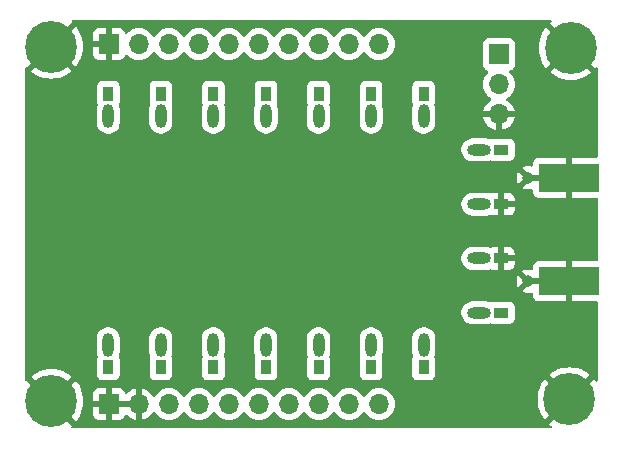
<source format=gbr>
%TF.GenerationSoftware,KiCad,Pcbnew,8.0.4*%
%TF.CreationDate,2024-07-23T12:10:31-05:00*%
%TF.ProjectId,sa8x8-breakout,73613878-382d-4627-9265-616b6f75742e,rev?*%
%TF.SameCoordinates,Original*%
%TF.FileFunction,Copper,L2,Bot*%
%TF.FilePolarity,Positive*%
%FSLAX46Y46*%
G04 Gerber Fmt 4.6, Leading zero omitted, Abs format (unit mm)*
G04 Created by KiCad (PCBNEW 8.0.4) date 2024-07-23 12:10:31*
%MOMM*%
%LPD*%
G01*
G04 APERTURE LIST*
%TA.AperFunction,ComponentPad*%
%ADD10C,0.700000*%
%TD*%
%TA.AperFunction,ComponentPad*%
%ADD11C,4.400000*%
%TD*%
%TA.AperFunction,ComponentPad*%
%ADD12O,2.000000X0.950000*%
%TD*%
%TA.AperFunction,ComponentPad*%
%ADD13R,1.300000X0.900000*%
%TD*%
%TA.AperFunction,ComponentPad*%
%ADD14R,1.700000X1.700000*%
%TD*%
%TA.AperFunction,ComponentPad*%
%ADD15O,1.700000X1.700000*%
%TD*%
%TA.AperFunction,ComponentPad*%
%ADD16O,0.950000X2.000000*%
%TD*%
%TA.AperFunction,ComponentPad*%
%ADD17R,0.900000X1.300000*%
%TD*%
%TA.AperFunction,SMDPad,CuDef*%
%ADD18R,5.080000X2.420000*%
%TD*%
%TA.AperFunction,SMDPad,CuDef*%
%ADD19R,0.950000X0.460000*%
%TD*%
%TA.AperFunction,ComponentPad*%
%ADD20C,0.970000*%
%TD*%
G04 APERTURE END LIST*
D10*
%TO.P,REF3,1,Pin_1*%
%TO.N,GND*%
X130637594Y-103879080D03*
X131120868Y-102712354D03*
X131120868Y-105045806D03*
X132287594Y-102229080D03*
D11*
X132287594Y-103879080D03*
D10*
X132287594Y-105529080D03*
X133454320Y-102712354D03*
X133454320Y-105045806D03*
X133937594Y-103879080D03*
%TD*%
D12*
%TO.P,J5,*%
%TO.N,*%
X168500534Y-96401419D03*
X168500534Y-91801419D03*
X168500534Y-87201419D03*
X168500534Y-82601419D03*
D13*
%TO.P,J5,1,Pin_1*%
%TO.N,/NC11*%
X170350534Y-96401419D03*
%TO.P,J5,2,Pin_2*%
%TO.N,GND*%
X170350534Y-91801419D03*
%TO.P,J5,3,Pin_3*%
X170350534Y-87201419D03*
%TO.P,J5,4,Pin_4*%
%TO.N,VDD*%
X170350534Y-82601419D03*
%TD*%
D14*
%TO.P,JP2,1,A*%
%TO.N,Net-(JP2-A)*%
X170169246Y-74518430D03*
D15*
%TO.P,JP2,2,C*%
%TO.N,/H{slash}L*%
X170169246Y-77058430D03*
%TO.P,JP2,3,B*%
%TO.N,GND*%
X170169246Y-79598430D03*
%TD*%
D10*
%TO.P,REF2,1,Pin_1*%
%TO.N,GND*%
X174606986Y-73972015D03*
X175090260Y-72805289D03*
X175090260Y-75138741D03*
X176256986Y-72322015D03*
D11*
X176256986Y-73972015D03*
D10*
X176256986Y-75622015D03*
X177423712Y-72805289D03*
X177423712Y-75138741D03*
X177906986Y-73972015D03*
%TD*%
D16*
%TO.P,J4,*%
%TO.N,*%
X163803844Y-79743255D03*
X159353844Y-79743255D03*
X154903844Y-79743255D03*
X150453844Y-79743255D03*
X146003844Y-79743255D03*
X141553844Y-79743255D03*
X137103844Y-79743255D03*
D17*
%TO.P,J4,1,Pin_1*%
%TO.N,/H{slash}L*%
X163803844Y-77893255D03*
%TO.P,J4,2,Pin_2*%
%TO.N,/~{PD}*%
X159353844Y-77893255D03*
%TO.P,J4,3,Pin_3*%
%TO.N,/~{PTT}*%
X154903844Y-77893255D03*
%TO.P,J4,4,Pin_4*%
%TO.N,/NC04*%
X150453844Y-77893255D03*
%TO.P,J4,5,Pin_5*%
%TO.N,/AF_OUT*%
X146003844Y-77893255D03*
%TO.P,J4,6,Pin_6*%
%TO.N,/NC02*%
X141553844Y-77893255D03*
%TO.P,J4,7,Pin_7*%
%TO.N,/~{Audio_ON}*%
X137103844Y-77893255D03*
%TD*%
D18*
%TO.P,J3,2,Ext*%
%TO.N,GND*%
X176097887Y-93733425D03*
X176097887Y-84973425D03*
D19*
X173107887Y-93733425D03*
X173107887Y-84973425D03*
D20*
X172657887Y-93733425D03*
X172657887Y-84973425D03*
%TD*%
D10*
%TO.P,REF1,1,Pin_1*%
%TO.N,GND*%
X130615465Y-73869715D03*
X131098739Y-72702989D03*
X131098739Y-75036441D03*
X132265465Y-72219715D03*
D11*
X132265465Y-73869715D03*
D10*
X132265465Y-75519715D03*
X133432191Y-72702989D03*
X133432191Y-75036441D03*
X133915465Y-73869715D03*
%TD*%
D16*
%TO.P,J6,*%
%TO.N,*%
X137101526Y-99132648D03*
X141551526Y-99132648D03*
X146001526Y-99132648D03*
X150451526Y-99132648D03*
X154901526Y-99132648D03*
X159351526Y-99132648D03*
X163801526Y-99132648D03*
D17*
%TO.P,J6,1,Pin_1*%
%TO.N,/MIC_IN*%
X137101526Y-100982648D03*
%TO.P,J6,2,Pin_2*%
%TO.N,/TXD*%
X141551526Y-100982648D03*
%TO.P,J6,3,Pin_3*%
%TO.N,/RXD*%
X146001526Y-100982648D03*
%TO.P,J6,4,Pin_4*%
%TO.N,/NC15*%
X150451526Y-100982648D03*
%TO.P,J6,5,Pin_5*%
%TO.N,/NC14*%
X154901526Y-100982648D03*
%TO.P,J6,6,Pin_6*%
%TO.N,/NC13*%
X159351526Y-100982648D03*
%TO.P,J6,7,Pin_7*%
%TO.N,/ANT*%
X163801526Y-100982648D03*
%TD*%
D10*
%TO.P,REF4,1,Pin_1*%
%TO.N,GND*%
X174500000Y-103728194D03*
X174983274Y-102561468D03*
X174983274Y-104894920D03*
X176150000Y-102078194D03*
D11*
X176150000Y-103728194D03*
D10*
X176150000Y-105378194D03*
X177316726Y-102561468D03*
X177316726Y-104894920D03*
X177800000Y-103728194D03*
%TD*%
D14*
%TO.P,J1,1,Pin_1*%
%TO.N,GND*%
X137160000Y-73660000D03*
D15*
%TO.P,J1,2,Pin_2*%
%TO.N,unconnected-(J1-Pin_2-Pad2)*%
X139700000Y-73660000D03*
%TO.P,J1,3,Pin_3*%
%TO.N,/~{Audio_ON}*%
X142240000Y-73660000D03*
%TO.P,J1,4,Pin_4*%
%TO.N,/AF_OUT*%
X144780000Y-73660000D03*
%TO.P,J1,5,Pin_5*%
%TO.N,unconnected-(J1-Pin_5-Pad5)*%
X147320000Y-73660000D03*
%TO.P,J1,6,Pin_6*%
%TO.N,VDD*%
X149860000Y-73660000D03*
%TO.P,J1,7,Pin_7*%
%TO.N,unconnected-(J1-Pin_7-Pad7)*%
X152400000Y-73660000D03*
%TO.P,J1,8,Pin_8*%
%TO.N,/~{PTT}*%
X154940000Y-73660000D03*
%TO.P,J1,9,Pin_9*%
%TO.N,/~{PD}*%
X157480000Y-73660000D03*
%TO.P,J1,10,Pin_10*%
%TO.N,/OPC*%
X160020000Y-73660000D03*
%TD*%
D14*
%TO.P,J2,1,Pin_1*%
%TO.N,GND*%
X137160000Y-104140000D03*
D15*
%TO.P,J2,2,Pin_2*%
X139700000Y-104140000D03*
%TO.P,J2,3,Pin_3*%
%TO.N,unconnected-(J2-Pin_3-Pad3)*%
X142240000Y-104140000D03*
%TO.P,J2,4,Pin_4*%
%TO.N,/MIC_IN*%
X144780000Y-104140000D03*
%TO.P,J2,5,Pin_5*%
%TO.N,unconnected-(J2-Pin_5-Pad5)*%
X147320000Y-104140000D03*
%TO.P,J2,6,Pin_6*%
%TO.N,/TXD*%
X149860000Y-104140000D03*
%TO.P,J2,7,Pin_7*%
%TO.N,/RXD*%
X152400000Y-104140000D03*
%TO.P,J2,8,Pin_8*%
%TO.N,unconnected-(J2-Pin_8-Pad8)*%
X154940000Y-104140000D03*
%TO.P,J2,9,Pin_9*%
%TO.N,unconnected-(J2-Pin_9-Pad9)*%
X157480000Y-104140000D03*
%TO.P,J2,10,Pin_10*%
%TO.N,unconnected-(J2-Pin_10-Pad10)*%
X160020000Y-104140000D03*
%TD*%
%TA.AperFunction,Conductor*%
%TO.N,GND*%
G36*
X139234075Y-103947007D02*
G01*
X139200000Y-104074174D01*
X139200000Y-104205826D01*
X139234075Y-104332993D01*
X139266988Y-104390000D01*
X137593012Y-104390000D01*
X137625925Y-104332993D01*
X137660000Y-104205826D01*
X137660000Y-104074174D01*
X137625925Y-103947007D01*
X137593012Y-103890000D01*
X139266988Y-103890000D01*
X139234075Y-103947007D01*
G37*
%TD.AperFunction*%
%TA.AperFunction,Conductor*%
G36*
X174588164Y-71640185D02*
G01*
X174633919Y-71692989D01*
X174643863Y-71762147D01*
X174614838Y-71825703D01*
X174597598Y-71842111D01*
X174532016Y-71893490D01*
X174532015Y-71893491D01*
X175674248Y-73035724D01*
X175540384Y-73132982D01*
X175417953Y-73255413D01*
X175320695Y-73389277D01*
X174178462Y-72247044D01*
X174178460Y-72247045D01*
X174030872Y-72435431D01*
X174030867Y-72435437D01*
X173861884Y-72714971D01*
X173861883Y-72714973D01*
X173727825Y-73012839D01*
X173727821Y-73012850D01*
X173630653Y-73324673D01*
X173571772Y-73645976D01*
X173552051Y-73972015D01*
X173571772Y-74298053D01*
X173630653Y-74619356D01*
X173727821Y-74931179D01*
X173727825Y-74931190D01*
X173861883Y-75229056D01*
X173861884Y-75229058D01*
X174030867Y-75508591D01*
X174178462Y-75696983D01*
X175320694Y-74554751D01*
X175417953Y-74688617D01*
X175540384Y-74811048D01*
X175674248Y-74908305D01*
X174532016Y-76050537D01*
X174532016Y-76050538D01*
X174720409Y-76198133D01*
X174999942Y-76367116D01*
X174999944Y-76367117D01*
X175297810Y-76501175D01*
X175297821Y-76501179D01*
X175609644Y-76598347D01*
X175930947Y-76657228D01*
X176256986Y-76676949D01*
X176583024Y-76657228D01*
X176904327Y-76598347D01*
X177216150Y-76501179D01*
X177216161Y-76501175D01*
X177514027Y-76367117D01*
X177514029Y-76367116D01*
X177793572Y-76198127D01*
X177981954Y-76050538D01*
X177981954Y-76050537D01*
X176839723Y-74908305D01*
X176973588Y-74811048D01*
X177096019Y-74688617D01*
X177193276Y-74554752D01*
X178335508Y-75696983D01*
X178335509Y-75696983D01*
X178370952Y-75651744D01*
X178427792Y-75611111D01*
X178497576Y-75607659D01*
X178558149Y-75642483D01*
X178590279Y-75704527D01*
X178592563Y-75728217D01*
X178592563Y-83139425D01*
X178572878Y-83206464D01*
X178520074Y-83252219D01*
X178468563Y-83263425D01*
X176347887Y-83263425D01*
X176347887Y-86683425D01*
X178468563Y-86683425D01*
X178535602Y-86703110D01*
X178581357Y-86755914D01*
X178592563Y-86807425D01*
X178592563Y-91899425D01*
X178572878Y-91966464D01*
X178520074Y-92012219D01*
X178468563Y-92023425D01*
X176347887Y-92023425D01*
X176347887Y-95443425D01*
X178468563Y-95443425D01*
X178535602Y-95463110D01*
X178581357Y-95515914D01*
X178592563Y-95567425D01*
X178592563Y-102108549D01*
X178572878Y-102175588D01*
X178520074Y-102221343D01*
X178450916Y-102231287D01*
X178387360Y-102202262D01*
X178370952Y-102185022D01*
X178228522Y-102003224D01*
X177086290Y-103145455D01*
X176989033Y-103011592D01*
X176866602Y-102889161D01*
X176732736Y-102791903D01*
X177874968Y-101649670D01*
X177686576Y-101502075D01*
X177407043Y-101333092D01*
X177407041Y-101333091D01*
X177109175Y-101199033D01*
X177109164Y-101199029D01*
X176797341Y-101101861D01*
X176476038Y-101042980D01*
X176150000Y-101023259D01*
X175823961Y-101042980D01*
X175502658Y-101101861D01*
X175190835Y-101199029D01*
X175190824Y-101199033D01*
X174892958Y-101333091D01*
X174892956Y-101333092D01*
X174613422Y-101502075D01*
X174613416Y-101502080D01*
X174425030Y-101649668D01*
X174425029Y-101649670D01*
X175567262Y-102791903D01*
X175433398Y-102889161D01*
X175310967Y-103011592D01*
X175213709Y-103145456D01*
X174071476Y-102003223D01*
X174071474Y-102003224D01*
X173923886Y-102191610D01*
X173923881Y-102191616D01*
X173754898Y-102471150D01*
X173754897Y-102471152D01*
X173620839Y-102769018D01*
X173620835Y-102769029D01*
X173523667Y-103080852D01*
X173464786Y-103402155D01*
X173445065Y-103728194D01*
X173464786Y-104054232D01*
X173523667Y-104375535D01*
X173620835Y-104687358D01*
X173620839Y-104687369D01*
X173754897Y-104985235D01*
X173754898Y-104985237D01*
X173923881Y-105264770D01*
X174071476Y-105453162D01*
X175213708Y-104310930D01*
X175310967Y-104444796D01*
X175433398Y-104567227D01*
X175567261Y-104664484D01*
X174425030Y-105806716D01*
X174425030Y-105806717D01*
X174616372Y-105956623D01*
X174615572Y-105957643D01*
X174656165Y-106007736D01*
X174663822Y-106077185D01*
X174632717Y-106139749D01*
X174572725Y-106175564D01*
X174541733Y-106179500D01*
X134088671Y-106179500D01*
X134021632Y-106159815D01*
X133975877Y-106107011D01*
X133965933Y-106037853D01*
X133994958Y-105974297D01*
X134012197Y-105957890D01*
X134012562Y-105957603D01*
X134012562Y-105957602D01*
X132870331Y-104815370D01*
X133004196Y-104718113D01*
X133126627Y-104595682D01*
X133223884Y-104461817D01*
X134366116Y-105604048D01*
X134366117Y-105604048D01*
X134513706Y-105415666D01*
X134682695Y-105136123D01*
X134682696Y-105136121D01*
X134816754Y-104838255D01*
X134816758Y-104838244D01*
X134913926Y-104526421D01*
X134972807Y-104205118D01*
X134992528Y-103879080D01*
X134972807Y-103553041D01*
X134915835Y-103242155D01*
X135810000Y-103242155D01*
X135810000Y-103890000D01*
X136726988Y-103890000D01*
X136694075Y-103947007D01*
X136660000Y-104074174D01*
X136660000Y-104205826D01*
X136694075Y-104332993D01*
X136726988Y-104390000D01*
X135810000Y-104390000D01*
X135810000Y-105037844D01*
X135816401Y-105097372D01*
X135816403Y-105097379D01*
X135866645Y-105232086D01*
X135866649Y-105232093D01*
X135952809Y-105347187D01*
X135952812Y-105347190D01*
X136067906Y-105433350D01*
X136067913Y-105433354D01*
X136202620Y-105483596D01*
X136202627Y-105483598D01*
X136262155Y-105489999D01*
X136262172Y-105490000D01*
X136910000Y-105490000D01*
X136910000Y-104573012D01*
X136967007Y-104605925D01*
X137094174Y-104640000D01*
X137225826Y-104640000D01*
X137352993Y-104605925D01*
X137410000Y-104573012D01*
X137410000Y-105490000D01*
X138057828Y-105490000D01*
X138057844Y-105489999D01*
X138117372Y-105483598D01*
X138117379Y-105483596D01*
X138252086Y-105433354D01*
X138252093Y-105433350D01*
X138367187Y-105347190D01*
X138367190Y-105347187D01*
X138453350Y-105232093D01*
X138453354Y-105232086D01*
X138502614Y-105100013D01*
X138544485Y-105044079D01*
X138609949Y-105019662D01*
X138678222Y-105034513D01*
X138706477Y-105055665D01*
X138828917Y-105178105D01*
X139022421Y-105313600D01*
X139236507Y-105413429D01*
X139236516Y-105413433D01*
X139450000Y-105470634D01*
X139450000Y-104573012D01*
X139507007Y-104605925D01*
X139634174Y-104640000D01*
X139765826Y-104640000D01*
X139892993Y-104605925D01*
X139950000Y-104573012D01*
X139950000Y-105470634D01*
X140163483Y-105413433D01*
X140163492Y-105413429D01*
X140377578Y-105313600D01*
X140571082Y-105178105D01*
X140738105Y-105011082D01*
X140868119Y-104825405D01*
X140922696Y-104781781D01*
X140992195Y-104774588D01*
X141054549Y-104806110D01*
X141071269Y-104825405D01*
X141201505Y-105011401D01*
X141368599Y-105178495D01*
X141443511Y-105230949D01*
X141562165Y-105314032D01*
X141562167Y-105314033D01*
X141562170Y-105314035D01*
X141776337Y-105413903D01*
X141776343Y-105413904D01*
X141776344Y-105413905D01*
X141831285Y-105428626D01*
X142004592Y-105475063D01*
X142175319Y-105490000D01*
X142239999Y-105495659D01*
X142240000Y-105495659D01*
X142240001Y-105495659D01*
X142304681Y-105490000D01*
X142475408Y-105475063D01*
X142703663Y-105413903D01*
X142917830Y-105314035D01*
X143111401Y-105178495D01*
X143278495Y-105011401D01*
X143408425Y-104825842D01*
X143463002Y-104782217D01*
X143532500Y-104775023D01*
X143594855Y-104806546D01*
X143611575Y-104825842D01*
X143741500Y-105011395D01*
X143741505Y-105011401D01*
X143908599Y-105178495D01*
X143983511Y-105230949D01*
X144102165Y-105314032D01*
X144102167Y-105314033D01*
X144102170Y-105314035D01*
X144316337Y-105413903D01*
X144316343Y-105413904D01*
X144316344Y-105413905D01*
X144371285Y-105428626D01*
X144544592Y-105475063D01*
X144715319Y-105490000D01*
X144779999Y-105495659D01*
X144780000Y-105495659D01*
X144780001Y-105495659D01*
X144844681Y-105490000D01*
X145015408Y-105475063D01*
X145243663Y-105413903D01*
X145457830Y-105314035D01*
X145651401Y-105178495D01*
X145818495Y-105011401D01*
X145948425Y-104825842D01*
X146003002Y-104782217D01*
X146072500Y-104775023D01*
X146134855Y-104806546D01*
X146151575Y-104825842D01*
X146281500Y-105011395D01*
X146281505Y-105011401D01*
X146448599Y-105178495D01*
X146523511Y-105230949D01*
X146642165Y-105314032D01*
X146642167Y-105314033D01*
X146642170Y-105314035D01*
X146856337Y-105413903D01*
X146856343Y-105413904D01*
X146856344Y-105413905D01*
X146911285Y-105428626D01*
X147084592Y-105475063D01*
X147255319Y-105490000D01*
X147319999Y-105495659D01*
X147320000Y-105495659D01*
X147320001Y-105495659D01*
X147384681Y-105490000D01*
X147555408Y-105475063D01*
X147783663Y-105413903D01*
X147997830Y-105314035D01*
X148191401Y-105178495D01*
X148358495Y-105011401D01*
X148488425Y-104825842D01*
X148543002Y-104782217D01*
X148612500Y-104775023D01*
X148674855Y-104806546D01*
X148691575Y-104825842D01*
X148821500Y-105011395D01*
X148821505Y-105011401D01*
X148988599Y-105178495D01*
X149063511Y-105230949D01*
X149182165Y-105314032D01*
X149182167Y-105314033D01*
X149182170Y-105314035D01*
X149396337Y-105413903D01*
X149396343Y-105413904D01*
X149396344Y-105413905D01*
X149451285Y-105428626D01*
X149624592Y-105475063D01*
X149795319Y-105490000D01*
X149859999Y-105495659D01*
X149860000Y-105495659D01*
X149860001Y-105495659D01*
X149924681Y-105490000D01*
X150095408Y-105475063D01*
X150323663Y-105413903D01*
X150537830Y-105314035D01*
X150731401Y-105178495D01*
X150898495Y-105011401D01*
X151028425Y-104825842D01*
X151083002Y-104782217D01*
X151152500Y-104775023D01*
X151214855Y-104806546D01*
X151231575Y-104825842D01*
X151361500Y-105011395D01*
X151361505Y-105011401D01*
X151528599Y-105178495D01*
X151603511Y-105230949D01*
X151722165Y-105314032D01*
X151722167Y-105314033D01*
X151722170Y-105314035D01*
X151936337Y-105413903D01*
X151936343Y-105413904D01*
X151936344Y-105413905D01*
X151991285Y-105428626D01*
X152164592Y-105475063D01*
X152335319Y-105490000D01*
X152399999Y-105495659D01*
X152400000Y-105495659D01*
X152400001Y-105495659D01*
X152464681Y-105490000D01*
X152635408Y-105475063D01*
X152863663Y-105413903D01*
X153077830Y-105314035D01*
X153271401Y-105178495D01*
X153438495Y-105011401D01*
X153568425Y-104825842D01*
X153623002Y-104782217D01*
X153692500Y-104775023D01*
X153754855Y-104806546D01*
X153771575Y-104825842D01*
X153901500Y-105011395D01*
X153901505Y-105011401D01*
X154068599Y-105178495D01*
X154143511Y-105230949D01*
X154262165Y-105314032D01*
X154262167Y-105314033D01*
X154262170Y-105314035D01*
X154476337Y-105413903D01*
X154476343Y-105413904D01*
X154476344Y-105413905D01*
X154531285Y-105428626D01*
X154704592Y-105475063D01*
X154875319Y-105490000D01*
X154939999Y-105495659D01*
X154940000Y-105495659D01*
X154940001Y-105495659D01*
X155004681Y-105490000D01*
X155175408Y-105475063D01*
X155403663Y-105413903D01*
X155617830Y-105314035D01*
X155811401Y-105178495D01*
X155978495Y-105011401D01*
X156108425Y-104825842D01*
X156163002Y-104782217D01*
X156232500Y-104775023D01*
X156294855Y-104806546D01*
X156311575Y-104825842D01*
X156441500Y-105011395D01*
X156441505Y-105011401D01*
X156608599Y-105178495D01*
X156683511Y-105230949D01*
X156802165Y-105314032D01*
X156802167Y-105314033D01*
X156802170Y-105314035D01*
X157016337Y-105413903D01*
X157016343Y-105413904D01*
X157016344Y-105413905D01*
X157071285Y-105428626D01*
X157244592Y-105475063D01*
X157415319Y-105490000D01*
X157479999Y-105495659D01*
X157480000Y-105495659D01*
X157480001Y-105495659D01*
X157544681Y-105490000D01*
X157715408Y-105475063D01*
X157943663Y-105413903D01*
X158157830Y-105314035D01*
X158351401Y-105178495D01*
X158518495Y-105011401D01*
X158648425Y-104825842D01*
X158703002Y-104782217D01*
X158772500Y-104775023D01*
X158834855Y-104806546D01*
X158851575Y-104825842D01*
X158981500Y-105011395D01*
X158981505Y-105011401D01*
X159148599Y-105178495D01*
X159223511Y-105230949D01*
X159342165Y-105314032D01*
X159342167Y-105314033D01*
X159342170Y-105314035D01*
X159556337Y-105413903D01*
X159556343Y-105413904D01*
X159556344Y-105413905D01*
X159611285Y-105428626D01*
X159784592Y-105475063D01*
X159955319Y-105490000D01*
X160019999Y-105495659D01*
X160020000Y-105495659D01*
X160020001Y-105495659D01*
X160084681Y-105490000D01*
X160255408Y-105475063D01*
X160483663Y-105413903D01*
X160697830Y-105314035D01*
X160891401Y-105178495D01*
X161058495Y-105011401D01*
X161194035Y-104817830D01*
X161293903Y-104603663D01*
X161355063Y-104375408D01*
X161375659Y-104140000D01*
X161355063Y-103904592D01*
X161293903Y-103676337D01*
X161194035Y-103462171D01*
X161190294Y-103456827D01*
X161058494Y-103268597D01*
X160891402Y-103101506D01*
X160891395Y-103101501D01*
X160697834Y-102965967D01*
X160697830Y-102965965D01*
X160626727Y-102932809D01*
X160483663Y-102866097D01*
X160483659Y-102866096D01*
X160483655Y-102866094D01*
X160255413Y-102804938D01*
X160255403Y-102804936D01*
X160020001Y-102784341D01*
X160019999Y-102784341D01*
X159784596Y-102804936D01*
X159784586Y-102804938D01*
X159556344Y-102866094D01*
X159556335Y-102866098D01*
X159342171Y-102965964D01*
X159342169Y-102965965D01*
X159148597Y-103101505D01*
X158981505Y-103268597D01*
X158851575Y-103454158D01*
X158796998Y-103497783D01*
X158727500Y-103504977D01*
X158665145Y-103473454D01*
X158648425Y-103454158D01*
X158518494Y-103268597D01*
X158351402Y-103101506D01*
X158351395Y-103101501D01*
X158157834Y-102965967D01*
X158157830Y-102965965D01*
X158086727Y-102932809D01*
X157943663Y-102866097D01*
X157943659Y-102866096D01*
X157943655Y-102866094D01*
X157715413Y-102804938D01*
X157715403Y-102804936D01*
X157480001Y-102784341D01*
X157479999Y-102784341D01*
X157244596Y-102804936D01*
X157244586Y-102804938D01*
X157016344Y-102866094D01*
X157016335Y-102866098D01*
X156802171Y-102965964D01*
X156802169Y-102965965D01*
X156608597Y-103101505D01*
X156441505Y-103268597D01*
X156311575Y-103454158D01*
X156256998Y-103497783D01*
X156187500Y-103504977D01*
X156125145Y-103473454D01*
X156108425Y-103454158D01*
X155978494Y-103268597D01*
X155811402Y-103101506D01*
X155811395Y-103101501D01*
X155617834Y-102965967D01*
X155617830Y-102965965D01*
X155546727Y-102932809D01*
X155403663Y-102866097D01*
X155403659Y-102866096D01*
X155403655Y-102866094D01*
X155175413Y-102804938D01*
X155175403Y-102804936D01*
X154940001Y-102784341D01*
X154939999Y-102784341D01*
X154704596Y-102804936D01*
X154704586Y-102804938D01*
X154476344Y-102866094D01*
X154476335Y-102866098D01*
X154262171Y-102965964D01*
X154262169Y-102965965D01*
X154068597Y-103101505D01*
X153901505Y-103268597D01*
X153771575Y-103454158D01*
X153716998Y-103497783D01*
X153647500Y-103504977D01*
X153585145Y-103473454D01*
X153568425Y-103454158D01*
X153438494Y-103268597D01*
X153271402Y-103101506D01*
X153271395Y-103101501D01*
X153077834Y-102965967D01*
X153077830Y-102965965D01*
X153006727Y-102932809D01*
X152863663Y-102866097D01*
X152863659Y-102866096D01*
X152863655Y-102866094D01*
X152635413Y-102804938D01*
X152635403Y-102804936D01*
X152400001Y-102784341D01*
X152399999Y-102784341D01*
X152164596Y-102804936D01*
X152164586Y-102804938D01*
X151936344Y-102866094D01*
X151936335Y-102866098D01*
X151722171Y-102965964D01*
X151722169Y-102965965D01*
X151528597Y-103101505D01*
X151361505Y-103268597D01*
X151231575Y-103454158D01*
X151176998Y-103497783D01*
X151107500Y-103504977D01*
X151045145Y-103473454D01*
X151028425Y-103454158D01*
X150898494Y-103268597D01*
X150731402Y-103101506D01*
X150731395Y-103101501D01*
X150537834Y-102965967D01*
X150537830Y-102965965D01*
X150466727Y-102932809D01*
X150323663Y-102866097D01*
X150323659Y-102866096D01*
X150323655Y-102866094D01*
X150095413Y-102804938D01*
X150095403Y-102804936D01*
X149860001Y-102784341D01*
X149859999Y-102784341D01*
X149624596Y-102804936D01*
X149624586Y-102804938D01*
X149396344Y-102866094D01*
X149396335Y-102866098D01*
X149182171Y-102965964D01*
X149182169Y-102965965D01*
X148988597Y-103101505D01*
X148821505Y-103268597D01*
X148691575Y-103454158D01*
X148636998Y-103497783D01*
X148567500Y-103504977D01*
X148505145Y-103473454D01*
X148488425Y-103454158D01*
X148358494Y-103268597D01*
X148191402Y-103101506D01*
X148191395Y-103101501D01*
X147997834Y-102965967D01*
X147997830Y-102965965D01*
X147926727Y-102932809D01*
X147783663Y-102866097D01*
X147783659Y-102866096D01*
X147783655Y-102866094D01*
X147555413Y-102804938D01*
X147555403Y-102804936D01*
X147320001Y-102784341D01*
X147319999Y-102784341D01*
X147084596Y-102804936D01*
X147084586Y-102804938D01*
X146856344Y-102866094D01*
X146856335Y-102866098D01*
X146642171Y-102965964D01*
X146642169Y-102965965D01*
X146448597Y-103101505D01*
X146281505Y-103268597D01*
X146151575Y-103454158D01*
X146096998Y-103497783D01*
X146027500Y-103504977D01*
X145965145Y-103473454D01*
X145948425Y-103454158D01*
X145818494Y-103268597D01*
X145651402Y-103101506D01*
X145651395Y-103101501D01*
X145457834Y-102965967D01*
X145457830Y-102965965D01*
X145386727Y-102932809D01*
X145243663Y-102866097D01*
X145243659Y-102866096D01*
X145243655Y-102866094D01*
X145015413Y-102804938D01*
X145015403Y-102804936D01*
X144780001Y-102784341D01*
X144779999Y-102784341D01*
X144544596Y-102804936D01*
X144544586Y-102804938D01*
X144316344Y-102866094D01*
X144316335Y-102866098D01*
X144102171Y-102965964D01*
X144102169Y-102965965D01*
X143908597Y-103101505D01*
X143741505Y-103268597D01*
X143611575Y-103454158D01*
X143556998Y-103497783D01*
X143487500Y-103504977D01*
X143425145Y-103473454D01*
X143408425Y-103454158D01*
X143278494Y-103268597D01*
X143111402Y-103101506D01*
X143111395Y-103101501D01*
X142917834Y-102965967D01*
X142917830Y-102965965D01*
X142846727Y-102932809D01*
X142703663Y-102866097D01*
X142703659Y-102866096D01*
X142703655Y-102866094D01*
X142475413Y-102804938D01*
X142475403Y-102804936D01*
X142240001Y-102784341D01*
X142239999Y-102784341D01*
X142004596Y-102804936D01*
X142004586Y-102804938D01*
X141776344Y-102866094D01*
X141776335Y-102866098D01*
X141562171Y-102965964D01*
X141562169Y-102965965D01*
X141368597Y-103101505D01*
X141201508Y-103268594D01*
X141071269Y-103454595D01*
X141016692Y-103498219D01*
X140947193Y-103505412D01*
X140884839Y-103473890D01*
X140868119Y-103454594D01*
X140738113Y-103268926D01*
X140738108Y-103268920D01*
X140571082Y-103101894D01*
X140377578Y-102966399D01*
X140163492Y-102866570D01*
X140163486Y-102866567D01*
X139950000Y-102809364D01*
X139950000Y-103706988D01*
X139892993Y-103674075D01*
X139765826Y-103640000D01*
X139634174Y-103640000D01*
X139507007Y-103674075D01*
X139450000Y-103706988D01*
X139450000Y-102809364D01*
X139449999Y-102809364D01*
X139236513Y-102866567D01*
X139236507Y-102866570D01*
X139022422Y-102966399D01*
X139022420Y-102966400D01*
X138828926Y-103101886D01*
X138706477Y-103224335D01*
X138645154Y-103257819D01*
X138575462Y-103252835D01*
X138519529Y-103210963D01*
X138502614Y-103179986D01*
X138453354Y-103047913D01*
X138453350Y-103047906D01*
X138367190Y-102932812D01*
X138367187Y-102932809D01*
X138252093Y-102846649D01*
X138252086Y-102846645D01*
X138117379Y-102796403D01*
X138117372Y-102796401D01*
X138057844Y-102790000D01*
X137410000Y-102790000D01*
X137410000Y-103706988D01*
X137352993Y-103674075D01*
X137225826Y-103640000D01*
X137094174Y-103640000D01*
X136967007Y-103674075D01*
X136910000Y-103706988D01*
X136910000Y-102790000D01*
X136262155Y-102790000D01*
X136202627Y-102796401D01*
X136202620Y-102796403D01*
X136067913Y-102846645D01*
X136067906Y-102846649D01*
X135952812Y-102932809D01*
X135952809Y-102932812D01*
X135866649Y-103047906D01*
X135866645Y-103047913D01*
X135816403Y-103182620D01*
X135816401Y-103182627D01*
X135810000Y-103242155D01*
X134915835Y-103242155D01*
X134913926Y-103231738D01*
X134816758Y-102919915D01*
X134816754Y-102919904D01*
X134682696Y-102622038D01*
X134682695Y-102622036D01*
X134513712Y-102342503D01*
X134366116Y-102154110D01*
X133223884Y-103296342D01*
X133126627Y-103162478D01*
X133004196Y-103040047D01*
X132870330Y-102942789D01*
X134012562Y-101800556D01*
X133824170Y-101652961D01*
X133544637Y-101483978D01*
X133544635Y-101483977D01*
X133246769Y-101349919D01*
X133246758Y-101349915D01*
X132934935Y-101252747D01*
X132613632Y-101193866D01*
X132287594Y-101174145D01*
X131961555Y-101193866D01*
X131640252Y-101252747D01*
X131328429Y-101349915D01*
X131328418Y-101349919D01*
X131030552Y-101483977D01*
X131030550Y-101483978D01*
X130751016Y-101652961D01*
X130751010Y-101652966D01*
X130562624Y-101800554D01*
X130562623Y-101800556D01*
X131704856Y-102942789D01*
X131570992Y-103040047D01*
X131448561Y-103162478D01*
X131351303Y-103296342D01*
X130209070Y-102154109D01*
X130171987Y-102156353D01*
X130103882Y-102140752D01*
X130055022Y-102090807D01*
X130040500Y-102032579D01*
X130040500Y-98511565D01*
X136126026Y-98511565D01*
X136126026Y-99753730D01*
X136163512Y-99942183D01*
X136163515Y-99942195D01*
X136197180Y-100023470D01*
X136204649Y-100092939D01*
X136198801Y-100114255D01*
X136157434Y-100225165D01*
X136151027Y-100284764D01*
X136151027Y-100284771D01*
X136151026Y-100284783D01*
X136151026Y-101680518D01*
X136151027Y-101680524D01*
X136157434Y-101740131D01*
X136207728Y-101874976D01*
X136207732Y-101874983D01*
X136293978Y-101990192D01*
X136293981Y-101990195D01*
X136409190Y-102076441D01*
X136409197Y-102076445D01*
X136544043Y-102126739D01*
X136544042Y-102126739D01*
X136550970Y-102127483D01*
X136603653Y-102133148D01*
X137599398Y-102133147D01*
X137659009Y-102126739D01*
X137793857Y-102076444D01*
X137909072Y-101990194D01*
X137995322Y-101874979D01*
X138045617Y-101740131D01*
X138052026Y-101680521D01*
X138052025Y-100284776D01*
X138045617Y-100225165D01*
X138004250Y-100114254D01*
X137999266Y-100044562D01*
X138005868Y-100023476D01*
X138039538Y-99942191D01*
X138077026Y-99753726D01*
X138077026Y-98511570D01*
X138077026Y-98511567D01*
X138077025Y-98511565D01*
X140576026Y-98511565D01*
X140576026Y-99753730D01*
X140613512Y-99942183D01*
X140613515Y-99942195D01*
X140647180Y-100023470D01*
X140654649Y-100092939D01*
X140648801Y-100114255D01*
X140607434Y-100225165D01*
X140601027Y-100284764D01*
X140601027Y-100284771D01*
X140601026Y-100284783D01*
X140601026Y-101680518D01*
X140601027Y-101680524D01*
X140607434Y-101740131D01*
X140657728Y-101874976D01*
X140657732Y-101874983D01*
X140743978Y-101990192D01*
X140743981Y-101990195D01*
X140859190Y-102076441D01*
X140859197Y-102076445D01*
X140994043Y-102126739D01*
X140994042Y-102126739D01*
X141000970Y-102127483D01*
X141053653Y-102133148D01*
X142049398Y-102133147D01*
X142109009Y-102126739D01*
X142243857Y-102076444D01*
X142359072Y-101990194D01*
X142445322Y-101874979D01*
X142495617Y-101740131D01*
X142502026Y-101680521D01*
X142502025Y-100284776D01*
X142495617Y-100225165D01*
X142454250Y-100114254D01*
X142449266Y-100044562D01*
X142455868Y-100023476D01*
X142489538Y-99942191D01*
X142527026Y-99753726D01*
X142527026Y-98511570D01*
X142527026Y-98511567D01*
X142527025Y-98511565D01*
X145026026Y-98511565D01*
X145026026Y-99753730D01*
X145063512Y-99942183D01*
X145063515Y-99942195D01*
X145097180Y-100023470D01*
X145104649Y-100092939D01*
X145098801Y-100114255D01*
X145057434Y-100225165D01*
X145051027Y-100284764D01*
X145051027Y-100284771D01*
X145051026Y-100284783D01*
X145051026Y-101680518D01*
X145051027Y-101680524D01*
X145057434Y-101740131D01*
X145107728Y-101874976D01*
X145107732Y-101874983D01*
X145193978Y-101990192D01*
X145193981Y-101990195D01*
X145309190Y-102076441D01*
X145309197Y-102076445D01*
X145444043Y-102126739D01*
X145444042Y-102126739D01*
X145450970Y-102127483D01*
X145503653Y-102133148D01*
X146499398Y-102133147D01*
X146559009Y-102126739D01*
X146693857Y-102076444D01*
X146809072Y-101990194D01*
X146895322Y-101874979D01*
X146945617Y-101740131D01*
X146952026Y-101680521D01*
X146952025Y-100284776D01*
X146945617Y-100225165D01*
X146904250Y-100114254D01*
X146899266Y-100044562D01*
X146905868Y-100023476D01*
X146939538Y-99942191D01*
X146977026Y-99753726D01*
X146977026Y-98511570D01*
X146977026Y-98511567D01*
X146977025Y-98511565D01*
X149476026Y-98511565D01*
X149476026Y-99753730D01*
X149513512Y-99942183D01*
X149513515Y-99942195D01*
X149547180Y-100023470D01*
X149554649Y-100092939D01*
X149548801Y-100114255D01*
X149507434Y-100225165D01*
X149501027Y-100284764D01*
X149501027Y-100284771D01*
X149501026Y-100284783D01*
X149501026Y-101680518D01*
X149501027Y-101680524D01*
X149507434Y-101740131D01*
X149557728Y-101874976D01*
X149557732Y-101874983D01*
X149643978Y-101990192D01*
X149643981Y-101990195D01*
X149759190Y-102076441D01*
X149759197Y-102076445D01*
X149894043Y-102126739D01*
X149894042Y-102126739D01*
X149900970Y-102127483D01*
X149953653Y-102133148D01*
X150949398Y-102133147D01*
X151009009Y-102126739D01*
X151143857Y-102076444D01*
X151259072Y-101990194D01*
X151345322Y-101874979D01*
X151395617Y-101740131D01*
X151402026Y-101680521D01*
X151402025Y-100284776D01*
X151395617Y-100225165D01*
X151354250Y-100114254D01*
X151349266Y-100044562D01*
X151355868Y-100023476D01*
X151389538Y-99942191D01*
X151427026Y-99753726D01*
X151427026Y-98511570D01*
X151427026Y-98511567D01*
X151427025Y-98511565D01*
X153926026Y-98511565D01*
X153926026Y-99753730D01*
X153963512Y-99942183D01*
X153963515Y-99942195D01*
X153997180Y-100023470D01*
X154004649Y-100092939D01*
X153998801Y-100114255D01*
X153957434Y-100225165D01*
X153951027Y-100284764D01*
X153951027Y-100284771D01*
X153951026Y-100284783D01*
X153951026Y-101680518D01*
X153951027Y-101680524D01*
X153957434Y-101740131D01*
X154007728Y-101874976D01*
X154007732Y-101874983D01*
X154093978Y-101990192D01*
X154093981Y-101990195D01*
X154209190Y-102076441D01*
X154209197Y-102076445D01*
X154344043Y-102126739D01*
X154344042Y-102126739D01*
X154350970Y-102127483D01*
X154403653Y-102133148D01*
X155399398Y-102133147D01*
X155459009Y-102126739D01*
X155593857Y-102076444D01*
X155709072Y-101990194D01*
X155795322Y-101874979D01*
X155845617Y-101740131D01*
X155852026Y-101680521D01*
X155852025Y-100284776D01*
X155845617Y-100225165D01*
X155804250Y-100114254D01*
X155799266Y-100044562D01*
X155805868Y-100023476D01*
X155839538Y-99942191D01*
X155877026Y-99753726D01*
X155877026Y-98511570D01*
X155877026Y-98511567D01*
X155877025Y-98511565D01*
X158376026Y-98511565D01*
X158376026Y-99753730D01*
X158413512Y-99942183D01*
X158413515Y-99942195D01*
X158447180Y-100023470D01*
X158454649Y-100092939D01*
X158448801Y-100114255D01*
X158407434Y-100225165D01*
X158401027Y-100284764D01*
X158401027Y-100284771D01*
X158401026Y-100284783D01*
X158401026Y-101680518D01*
X158401027Y-101680524D01*
X158407434Y-101740131D01*
X158457728Y-101874976D01*
X158457732Y-101874983D01*
X158543978Y-101990192D01*
X158543981Y-101990195D01*
X158659190Y-102076441D01*
X158659197Y-102076445D01*
X158794043Y-102126739D01*
X158794042Y-102126739D01*
X158800970Y-102127483D01*
X158853653Y-102133148D01*
X159849398Y-102133147D01*
X159909009Y-102126739D01*
X160043857Y-102076444D01*
X160159072Y-101990194D01*
X160245322Y-101874979D01*
X160295617Y-101740131D01*
X160302026Y-101680521D01*
X160302025Y-100284776D01*
X160295617Y-100225165D01*
X160254250Y-100114254D01*
X160249266Y-100044562D01*
X160255868Y-100023476D01*
X160289538Y-99942191D01*
X160327026Y-99753726D01*
X160327026Y-98511570D01*
X160327026Y-98511567D01*
X160327025Y-98511565D01*
X162826026Y-98511565D01*
X162826026Y-99753730D01*
X162863512Y-99942183D01*
X162863515Y-99942195D01*
X162897180Y-100023470D01*
X162904649Y-100092939D01*
X162898801Y-100114255D01*
X162857434Y-100225165D01*
X162851027Y-100284764D01*
X162851027Y-100284771D01*
X162851026Y-100284783D01*
X162851026Y-101680518D01*
X162851027Y-101680524D01*
X162857434Y-101740131D01*
X162907728Y-101874976D01*
X162907732Y-101874983D01*
X162993978Y-101990192D01*
X162993981Y-101990195D01*
X163109190Y-102076441D01*
X163109197Y-102076445D01*
X163244043Y-102126739D01*
X163244042Y-102126739D01*
X163250970Y-102127483D01*
X163303653Y-102133148D01*
X164299398Y-102133147D01*
X164359009Y-102126739D01*
X164493857Y-102076444D01*
X164609072Y-101990194D01*
X164695322Y-101874979D01*
X164745617Y-101740131D01*
X164752026Y-101680521D01*
X164752025Y-100284776D01*
X164745617Y-100225165D01*
X164704250Y-100114254D01*
X164699266Y-100044562D01*
X164705868Y-100023476D01*
X164739538Y-99942191D01*
X164777026Y-99753726D01*
X164777026Y-98511570D01*
X164777026Y-98511567D01*
X164777025Y-98511565D01*
X164739539Y-98323112D01*
X164739538Y-98323105D01*
X164666003Y-98145575D01*
X164559246Y-97985803D01*
X164559243Y-97985799D01*
X164423374Y-97849930D01*
X164423370Y-97849927D01*
X164263596Y-97743169D01*
X164263594Y-97743168D01*
X164086073Y-97669637D01*
X164086061Y-97669634D01*
X163897607Y-97632148D01*
X163897604Y-97632148D01*
X163705448Y-97632148D01*
X163705445Y-97632148D01*
X163516990Y-97669634D01*
X163516978Y-97669637D01*
X163339457Y-97743168D01*
X163339455Y-97743169D01*
X163179681Y-97849927D01*
X163179677Y-97849930D01*
X163043808Y-97985799D01*
X163043805Y-97985803D01*
X162937047Y-98145577D01*
X162937046Y-98145579D01*
X162863515Y-98323100D01*
X162863512Y-98323112D01*
X162826026Y-98511565D01*
X160327025Y-98511565D01*
X160289539Y-98323112D01*
X160289538Y-98323105D01*
X160216003Y-98145575D01*
X160109246Y-97985803D01*
X160109243Y-97985799D01*
X159973374Y-97849930D01*
X159973370Y-97849927D01*
X159813596Y-97743169D01*
X159813594Y-97743168D01*
X159636073Y-97669637D01*
X159636061Y-97669634D01*
X159447607Y-97632148D01*
X159447604Y-97632148D01*
X159255448Y-97632148D01*
X159255445Y-97632148D01*
X159066990Y-97669634D01*
X159066978Y-97669637D01*
X158889457Y-97743168D01*
X158889455Y-97743169D01*
X158729681Y-97849927D01*
X158729677Y-97849930D01*
X158593808Y-97985799D01*
X158593805Y-97985803D01*
X158487047Y-98145577D01*
X158487046Y-98145579D01*
X158413515Y-98323100D01*
X158413512Y-98323112D01*
X158376026Y-98511565D01*
X155877025Y-98511565D01*
X155839539Y-98323112D01*
X155839538Y-98323105D01*
X155766003Y-98145575D01*
X155659246Y-97985803D01*
X155659243Y-97985799D01*
X155523374Y-97849930D01*
X155523370Y-97849927D01*
X155363596Y-97743169D01*
X155363594Y-97743168D01*
X155186073Y-97669637D01*
X155186061Y-97669634D01*
X154997607Y-97632148D01*
X154997604Y-97632148D01*
X154805448Y-97632148D01*
X154805445Y-97632148D01*
X154616990Y-97669634D01*
X154616978Y-97669637D01*
X154439457Y-97743168D01*
X154439455Y-97743169D01*
X154279681Y-97849927D01*
X154279677Y-97849930D01*
X154143808Y-97985799D01*
X154143805Y-97985803D01*
X154037047Y-98145577D01*
X154037046Y-98145579D01*
X153963515Y-98323100D01*
X153963512Y-98323112D01*
X153926026Y-98511565D01*
X151427025Y-98511565D01*
X151389539Y-98323112D01*
X151389538Y-98323105D01*
X151316003Y-98145575D01*
X151209246Y-97985803D01*
X151209243Y-97985799D01*
X151073374Y-97849930D01*
X151073370Y-97849927D01*
X150913596Y-97743169D01*
X150913594Y-97743168D01*
X150736073Y-97669637D01*
X150736061Y-97669634D01*
X150547607Y-97632148D01*
X150547604Y-97632148D01*
X150355448Y-97632148D01*
X150355445Y-97632148D01*
X150166990Y-97669634D01*
X150166978Y-97669637D01*
X149989457Y-97743168D01*
X149989455Y-97743169D01*
X149829681Y-97849927D01*
X149829677Y-97849930D01*
X149693808Y-97985799D01*
X149693805Y-97985803D01*
X149587047Y-98145577D01*
X149587046Y-98145579D01*
X149513515Y-98323100D01*
X149513512Y-98323112D01*
X149476026Y-98511565D01*
X146977025Y-98511565D01*
X146939539Y-98323112D01*
X146939538Y-98323105D01*
X146866003Y-98145575D01*
X146759246Y-97985803D01*
X146759243Y-97985799D01*
X146623374Y-97849930D01*
X146623370Y-97849927D01*
X146463596Y-97743169D01*
X146463594Y-97743168D01*
X146286073Y-97669637D01*
X146286061Y-97669634D01*
X146097607Y-97632148D01*
X146097604Y-97632148D01*
X145905448Y-97632148D01*
X145905445Y-97632148D01*
X145716990Y-97669634D01*
X145716978Y-97669637D01*
X145539457Y-97743168D01*
X145539455Y-97743169D01*
X145379681Y-97849927D01*
X145379677Y-97849930D01*
X145243808Y-97985799D01*
X145243805Y-97985803D01*
X145137047Y-98145577D01*
X145137046Y-98145579D01*
X145063515Y-98323100D01*
X145063512Y-98323112D01*
X145026026Y-98511565D01*
X142527025Y-98511565D01*
X142489539Y-98323112D01*
X142489538Y-98323105D01*
X142416003Y-98145575D01*
X142309246Y-97985803D01*
X142309243Y-97985799D01*
X142173374Y-97849930D01*
X142173370Y-97849927D01*
X142013596Y-97743169D01*
X142013594Y-97743168D01*
X141836073Y-97669637D01*
X141836061Y-97669634D01*
X141647607Y-97632148D01*
X141647604Y-97632148D01*
X141455448Y-97632148D01*
X141455445Y-97632148D01*
X141266990Y-97669634D01*
X141266978Y-97669637D01*
X141089457Y-97743168D01*
X141089455Y-97743169D01*
X140929681Y-97849927D01*
X140929677Y-97849930D01*
X140793808Y-97985799D01*
X140793805Y-97985803D01*
X140687047Y-98145577D01*
X140687046Y-98145579D01*
X140613515Y-98323100D01*
X140613512Y-98323112D01*
X140576026Y-98511565D01*
X138077025Y-98511565D01*
X138039539Y-98323112D01*
X138039538Y-98323105D01*
X137966003Y-98145575D01*
X137859246Y-97985803D01*
X137859243Y-97985799D01*
X137723374Y-97849930D01*
X137723370Y-97849927D01*
X137563596Y-97743169D01*
X137563594Y-97743168D01*
X137386073Y-97669637D01*
X137386061Y-97669634D01*
X137197607Y-97632148D01*
X137197604Y-97632148D01*
X137005448Y-97632148D01*
X137005445Y-97632148D01*
X136816990Y-97669634D01*
X136816978Y-97669637D01*
X136639457Y-97743168D01*
X136639455Y-97743169D01*
X136479681Y-97849927D01*
X136479677Y-97849930D01*
X136343808Y-97985799D01*
X136343805Y-97985803D01*
X136237047Y-98145577D01*
X136237046Y-98145579D01*
X136163515Y-98323100D01*
X136163512Y-98323112D01*
X136126026Y-98511565D01*
X130040500Y-98511565D01*
X130040500Y-96305336D01*
X167000034Y-96305336D01*
X167000034Y-96497501D01*
X167037520Y-96685954D01*
X167037523Y-96685966D01*
X167111054Y-96863487D01*
X167111055Y-96863489D01*
X167217813Y-97023263D01*
X167217816Y-97023267D01*
X167353685Y-97159136D01*
X167353689Y-97159139D01*
X167513461Y-97265896D01*
X167513462Y-97265896D01*
X167513463Y-97265897D01*
X167513465Y-97265898D01*
X167609711Y-97305764D01*
X167690991Y-97339431D01*
X167879451Y-97376918D01*
X167879454Y-97376919D01*
X167879456Y-97376919D01*
X169121614Y-97376919D01*
X169121615Y-97376918D01*
X169310077Y-97339431D01*
X169391356Y-97305763D01*
X169460823Y-97298295D01*
X169482140Y-97304143D01*
X169593051Y-97345510D01*
X169593050Y-97345510D01*
X169599978Y-97346254D01*
X169652661Y-97351919D01*
X171048406Y-97351918D01*
X171108017Y-97345510D01*
X171242865Y-97295215D01*
X171358080Y-97208965D01*
X171444330Y-97093750D01*
X171494625Y-96958902D01*
X171501034Y-96899292D01*
X171501033Y-95903547D01*
X171494625Y-95843936D01*
X171444330Y-95709088D01*
X171444329Y-95709087D01*
X171444327Y-95709083D01*
X171358081Y-95593874D01*
X171358078Y-95593871D01*
X171242869Y-95507625D01*
X171242862Y-95507621D01*
X171108016Y-95457327D01*
X171108017Y-95457327D01*
X171048417Y-95450920D01*
X171048415Y-95450919D01*
X171048407Y-95450919D01*
X171048398Y-95450919D01*
X169652663Y-95450919D01*
X169652657Y-95450920D01*
X169593050Y-95457327D01*
X169482141Y-95498694D01*
X169412449Y-95503678D01*
X169391356Y-95497073D01*
X169310081Y-95463408D01*
X169310069Y-95463405D01*
X169121615Y-95425919D01*
X169121612Y-95425919D01*
X167879456Y-95425919D01*
X167879453Y-95425919D01*
X167690998Y-95463405D01*
X167690986Y-95463408D01*
X167513465Y-95536939D01*
X167513463Y-95536940D01*
X167353689Y-95643698D01*
X167353685Y-95643701D01*
X167217816Y-95779570D01*
X167217813Y-95779574D01*
X167111055Y-95939348D01*
X167111054Y-95939350D01*
X167037523Y-96116871D01*
X167037520Y-96116883D01*
X167000034Y-96305336D01*
X130040500Y-96305336D01*
X130040500Y-94584417D01*
X172160446Y-94584417D01*
X172279117Y-94647848D01*
X172464794Y-94704173D01*
X172657887Y-94723190D01*
X172850982Y-94704172D01*
X172897891Y-94689943D01*
X172967758Y-94689319D01*
X173026871Y-94726566D01*
X173056462Y-94789860D01*
X173057887Y-94808603D01*
X173057887Y-94991269D01*
X173064288Y-95050797D01*
X173064290Y-95050804D01*
X173114532Y-95185511D01*
X173114536Y-95185518D01*
X173200696Y-95300612D01*
X173200699Y-95300615D01*
X173315793Y-95386775D01*
X173315800Y-95386779D01*
X173450507Y-95437021D01*
X173450514Y-95437023D01*
X173510042Y-95443424D01*
X173510059Y-95443425D01*
X175847887Y-95443425D01*
X175847887Y-93983425D01*
X173086249Y-93983425D01*
X173019210Y-93963740D01*
X173018819Y-93963425D01*
X173001887Y-93963425D01*
X172934848Y-93943740D01*
X172889093Y-93890936D01*
X172884474Y-93869706D01*
X172877886Y-93866977D01*
X172160446Y-94584417D01*
X130040500Y-94584417D01*
X130040500Y-93733425D01*
X171668121Y-93733425D01*
X171687138Y-93926517D01*
X171743463Y-94112194D01*
X171806894Y-94230864D01*
X172304334Y-93733425D01*
X172304334Y-93733424D01*
X172258585Y-93687675D01*
X172427887Y-93687675D01*
X172427887Y-93779175D01*
X172462902Y-93863710D01*
X172527602Y-93928410D01*
X172612137Y-93963425D01*
X172703637Y-93963425D01*
X172788172Y-93928410D01*
X172852872Y-93863710D01*
X172887887Y-93779175D01*
X172887887Y-93687675D01*
X172852872Y-93603140D01*
X172788172Y-93538440D01*
X172703637Y-93503425D01*
X172612137Y-93503425D01*
X172527602Y-93538440D01*
X172462902Y-93603140D01*
X172427887Y-93687675D01*
X172258585Y-93687675D01*
X171806894Y-93235985D01*
X171743463Y-93354655D01*
X171687138Y-93540332D01*
X171668121Y-93733425D01*
X130040500Y-93733425D01*
X130040500Y-92882432D01*
X172160447Y-92882432D01*
X172877886Y-93599871D01*
X172887097Y-93596056D01*
X172897572Y-93560386D01*
X172950376Y-93514631D01*
X173001887Y-93503425D01*
X173028454Y-93503425D01*
X173059891Y-93486259D01*
X173086249Y-93483425D01*
X175847887Y-93483425D01*
X175847887Y-92023425D01*
X173510042Y-92023425D01*
X173450514Y-92029826D01*
X173450507Y-92029828D01*
X173315800Y-92080070D01*
X173315793Y-92080074D01*
X173200699Y-92166234D01*
X173200696Y-92166237D01*
X173114536Y-92281331D01*
X173114532Y-92281338D01*
X173064290Y-92416045D01*
X173064288Y-92416052D01*
X173057887Y-92475580D01*
X173057887Y-92658246D01*
X173038202Y-92725285D01*
X172985398Y-92771040D01*
X172916240Y-92780984D01*
X172897893Y-92776907D01*
X172850981Y-92762677D01*
X172657887Y-92743659D01*
X172464794Y-92762676D01*
X172279117Y-92819001D01*
X172160447Y-92882432D01*
X130040500Y-92882432D01*
X130040500Y-91705336D01*
X167000034Y-91705336D01*
X167000034Y-91897501D01*
X167037520Y-92085954D01*
X167037523Y-92085966D01*
X167111054Y-92263487D01*
X167111055Y-92263489D01*
X167217813Y-92423263D01*
X167217816Y-92423267D01*
X167353685Y-92559136D01*
X167353689Y-92559139D01*
X167513461Y-92665896D01*
X167513462Y-92665896D01*
X167513463Y-92665897D01*
X167513465Y-92665898D01*
X167656839Y-92725285D01*
X167690991Y-92739431D01*
X167879396Y-92776907D01*
X167879451Y-92776918D01*
X167879454Y-92776919D01*
X167879456Y-92776919D01*
X169121614Y-92776919D01*
X169121615Y-92776918D01*
X169310077Y-92739431D01*
X169392036Y-92705482D01*
X169461500Y-92698014D01*
X169482819Y-92703862D01*
X169593157Y-92745016D01*
X169593161Y-92745017D01*
X169652689Y-92751418D01*
X169652706Y-92751419D01*
X170100534Y-92751419D01*
X170600534Y-92751419D01*
X171048362Y-92751419D01*
X171048378Y-92751418D01*
X171107906Y-92745017D01*
X171107913Y-92745015D01*
X171242620Y-92694773D01*
X171242627Y-92694769D01*
X171357721Y-92608609D01*
X171357724Y-92608606D01*
X171443884Y-92493512D01*
X171443888Y-92493505D01*
X171494130Y-92358798D01*
X171494132Y-92358791D01*
X171500533Y-92299263D01*
X171500534Y-92299246D01*
X171500534Y-92051419D01*
X170600534Y-92051419D01*
X170600534Y-92751419D01*
X170100534Y-92751419D01*
X170100534Y-92098604D01*
X170166330Y-92080975D01*
X170234739Y-92041479D01*
X170290594Y-91985624D01*
X170330090Y-91917215D01*
X170350534Y-91840915D01*
X170350534Y-91761923D01*
X170330090Y-91685623D01*
X170290594Y-91617214D01*
X170234739Y-91561359D01*
X170217522Y-91551419D01*
X170600534Y-91551419D01*
X171500534Y-91551419D01*
X171500534Y-91303591D01*
X171500533Y-91303574D01*
X171494132Y-91244046D01*
X171494130Y-91244039D01*
X171443888Y-91109332D01*
X171443884Y-91109325D01*
X171357724Y-90994231D01*
X171357721Y-90994228D01*
X171242627Y-90908068D01*
X171242620Y-90908064D01*
X171107913Y-90857822D01*
X171107906Y-90857820D01*
X171048378Y-90851419D01*
X170600534Y-90851419D01*
X170600534Y-91551419D01*
X170217522Y-91551419D01*
X170166330Y-91521863D01*
X170100534Y-91504233D01*
X170100534Y-90851419D01*
X169652689Y-90851419D01*
X169593161Y-90857820D01*
X169593154Y-90857822D01*
X169482818Y-90898975D01*
X169413126Y-90903959D01*
X169392033Y-90897354D01*
X169310078Y-90863407D01*
X169310069Y-90863404D01*
X169121615Y-90825919D01*
X169121612Y-90825919D01*
X167879456Y-90825919D01*
X167879453Y-90825919D01*
X167690998Y-90863405D01*
X167690986Y-90863408D01*
X167513465Y-90936939D01*
X167513463Y-90936940D01*
X167353689Y-91043698D01*
X167353685Y-91043701D01*
X167217816Y-91179570D01*
X167217813Y-91179574D01*
X167111055Y-91339348D01*
X167111054Y-91339350D01*
X167037523Y-91516871D01*
X167037520Y-91516883D01*
X167000034Y-91705336D01*
X130040500Y-91705336D01*
X130040500Y-87105336D01*
X167000034Y-87105336D01*
X167000034Y-87297501D01*
X167037520Y-87485954D01*
X167037523Y-87485966D01*
X167111054Y-87663487D01*
X167111055Y-87663489D01*
X167217813Y-87823263D01*
X167217816Y-87823267D01*
X167353685Y-87959136D01*
X167353689Y-87959139D01*
X167513461Y-88065896D01*
X167513462Y-88065896D01*
X167513463Y-88065897D01*
X167513465Y-88065898D01*
X167690986Y-88139429D01*
X167690991Y-88139431D01*
X167879451Y-88176918D01*
X167879454Y-88176919D01*
X167879456Y-88176919D01*
X169121614Y-88176919D01*
X169121615Y-88176918D01*
X169310077Y-88139431D01*
X169392036Y-88105482D01*
X169461500Y-88098014D01*
X169482819Y-88103862D01*
X169593157Y-88145016D01*
X169593161Y-88145017D01*
X169652689Y-88151418D01*
X169652706Y-88151419D01*
X170100534Y-88151419D01*
X170600534Y-88151419D01*
X171048362Y-88151419D01*
X171048378Y-88151418D01*
X171107906Y-88145017D01*
X171107913Y-88145015D01*
X171242620Y-88094773D01*
X171242627Y-88094769D01*
X171357721Y-88008609D01*
X171357724Y-88008606D01*
X171443884Y-87893512D01*
X171443888Y-87893505D01*
X171494130Y-87758798D01*
X171494132Y-87758791D01*
X171500533Y-87699263D01*
X171500534Y-87699246D01*
X171500534Y-87451419D01*
X170600534Y-87451419D01*
X170600534Y-88151419D01*
X170100534Y-88151419D01*
X170100534Y-87498604D01*
X170166330Y-87480975D01*
X170234739Y-87441479D01*
X170290594Y-87385624D01*
X170330090Y-87317215D01*
X170350534Y-87240915D01*
X170350534Y-87161923D01*
X170330090Y-87085623D01*
X170290594Y-87017214D01*
X170234739Y-86961359D01*
X170217522Y-86951419D01*
X170600534Y-86951419D01*
X171500534Y-86951419D01*
X171500534Y-86703591D01*
X171500533Y-86703574D01*
X171494132Y-86644046D01*
X171494130Y-86644039D01*
X171443888Y-86509332D01*
X171443884Y-86509325D01*
X171357724Y-86394231D01*
X171357721Y-86394228D01*
X171242627Y-86308068D01*
X171242620Y-86308064D01*
X171107913Y-86257822D01*
X171107906Y-86257820D01*
X171048378Y-86251419D01*
X170600534Y-86251419D01*
X170600534Y-86951419D01*
X170217522Y-86951419D01*
X170166330Y-86921863D01*
X170100534Y-86904233D01*
X170100534Y-86251419D01*
X169652689Y-86251419D01*
X169593161Y-86257820D01*
X169593154Y-86257822D01*
X169482818Y-86298975D01*
X169413126Y-86303959D01*
X169392033Y-86297354D01*
X169310078Y-86263407D01*
X169310069Y-86263404D01*
X169121615Y-86225919D01*
X169121612Y-86225919D01*
X167879456Y-86225919D01*
X167879453Y-86225919D01*
X167690998Y-86263405D01*
X167690986Y-86263408D01*
X167513465Y-86336939D01*
X167513463Y-86336940D01*
X167353689Y-86443698D01*
X167353685Y-86443701D01*
X167217816Y-86579570D01*
X167217813Y-86579574D01*
X167111055Y-86739348D01*
X167111054Y-86739350D01*
X167037523Y-86916871D01*
X167037520Y-86916883D01*
X167000034Y-87105336D01*
X130040500Y-87105336D01*
X130040500Y-85824417D01*
X172160446Y-85824417D01*
X172279117Y-85887848D01*
X172464794Y-85944173D01*
X172657887Y-85963190D01*
X172850982Y-85944172D01*
X172897891Y-85929943D01*
X172967758Y-85929319D01*
X173026871Y-85966566D01*
X173056462Y-86029860D01*
X173057887Y-86048603D01*
X173057887Y-86231269D01*
X173064288Y-86290797D01*
X173064290Y-86290804D01*
X173114532Y-86425511D01*
X173114536Y-86425518D01*
X173200696Y-86540612D01*
X173200699Y-86540615D01*
X173315793Y-86626775D01*
X173315800Y-86626779D01*
X173450507Y-86677021D01*
X173450514Y-86677023D01*
X173510042Y-86683424D01*
X173510059Y-86683425D01*
X175847887Y-86683425D01*
X175847887Y-85223425D01*
X173086249Y-85223425D01*
X173019210Y-85203740D01*
X173018819Y-85203425D01*
X173001887Y-85203425D01*
X172934848Y-85183740D01*
X172889093Y-85130936D01*
X172884474Y-85109706D01*
X172877886Y-85106977D01*
X172160446Y-85824417D01*
X130040500Y-85824417D01*
X130040500Y-84973425D01*
X171668121Y-84973425D01*
X171687138Y-85166517D01*
X171743463Y-85352194D01*
X171806894Y-85470864D01*
X172304334Y-84973425D01*
X172304334Y-84973424D01*
X172258585Y-84927675D01*
X172427887Y-84927675D01*
X172427887Y-85019175D01*
X172462902Y-85103710D01*
X172527602Y-85168410D01*
X172612137Y-85203425D01*
X172703637Y-85203425D01*
X172788172Y-85168410D01*
X172852872Y-85103710D01*
X172887887Y-85019175D01*
X172887887Y-84927675D01*
X172852872Y-84843140D01*
X172788172Y-84778440D01*
X172703637Y-84743425D01*
X172612137Y-84743425D01*
X172527602Y-84778440D01*
X172462902Y-84843140D01*
X172427887Y-84927675D01*
X172258585Y-84927675D01*
X171806894Y-84475985D01*
X171743463Y-84594655D01*
X171687138Y-84780332D01*
X171668121Y-84973425D01*
X130040500Y-84973425D01*
X130040500Y-84122432D01*
X172160447Y-84122432D01*
X172877886Y-84839871D01*
X172887097Y-84836056D01*
X172897572Y-84800386D01*
X172950376Y-84754631D01*
X173001887Y-84743425D01*
X173028454Y-84743425D01*
X173059891Y-84726259D01*
X173086249Y-84723425D01*
X175847887Y-84723425D01*
X175847887Y-83263425D01*
X173510042Y-83263425D01*
X173450514Y-83269826D01*
X173450507Y-83269828D01*
X173315800Y-83320070D01*
X173315793Y-83320074D01*
X173200699Y-83406234D01*
X173200696Y-83406237D01*
X173114536Y-83521331D01*
X173114532Y-83521338D01*
X173064290Y-83656045D01*
X173064288Y-83656052D01*
X173057887Y-83715580D01*
X173057887Y-83898246D01*
X173038202Y-83965285D01*
X172985398Y-84011040D01*
X172916240Y-84020984D01*
X172897893Y-84016907D01*
X172850981Y-84002677D01*
X172657887Y-83983659D01*
X172464794Y-84002676D01*
X172279117Y-84059001D01*
X172160447Y-84122432D01*
X130040500Y-84122432D01*
X130040500Y-82505336D01*
X167000034Y-82505336D01*
X167000034Y-82697501D01*
X167037520Y-82885954D01*
X167037523Y-82885966D01*
X167111054Y-83063487D01*
X167111055Y-83063489D01*
X167217813Y-83223263D01*
X167217816Y-83223267D01*
X167353685Y-83359136D01*
X167353689Y-83359139D01*
X167513461Y-83465896D01*
X167513462Y-83465896D01*
X167513463Y-83465897D01*
X167513465Y-83465898D01*
X167647310Y-83521338D01*
X167690991Y-83539431D01*
X167879451Y-83576918D01*
X167879454Y-83576919D01*
X167879456Y-83576919D01*
X169121614Y-83576919D01*
X169121615Y-83576918D01*
X169310077Y-83539431D01*
X169391356Y-83505763D01*
X169460823Y-83498295D01*
X169482140Y-83504143D01*
X169593051Y-83545510D01*
X169593050Y-83545510D01*
X169599978Y-83546254D01*
X169652661Y-83551919D01*
X171048406Y-83551918D01*
X171108017Y-83545510D01*
X171242865Y-83495215D01*
X171358080Y-83408965D01*
X171444330Y-83293750D01*
X171494625Y-83158902D01*
X171501034Y-83099292D01*
X171501033Y-82103547D01*
X171494625Y-82043936D01*
X171444330Y-81909088D01*
X171444329Y-81909087D01*
X171444327Y-81909083D01*
X171358081Y-81793874D01*
X171358078Y-81793871D01*
X171242869Y-81707625D01*
X171242862Y-81707621D01*
X171108016Y-81657327D01*
X171108017Y-81657327D01*
X171048417Y-81650920D01*
X171048415Y-81650919D01*
X171048407Y-81650919D01*
X171048398Y-81650919D01*
X169652663Y-81650919D01*
X169652657Y-81650920D01*
X169593050Y-81657327D01*
X169482141Y-81698694D01*
X169412449Y-81703678D01*
X169391356Y-81697073D01*
X169310081Y-81663408D01*
X169310069Y-81663405D01*
X169121615Y-81625919D01*
X169121612Y-81625919D01*
X167879456Y-81625919D01*
X167879453Y-81625919D01*
X167690998Y-81663405D01*
X167690986Y-81663408D01*
X167513465Y-81736939D01*
X167513463Y-81736940D01*
X167353689Y-81843698D01*
X167353685Y-81843701D01*
X167217816Y-81979570D01*
X167217813Y-81979574D01*
X167111055Y-82139348D01*
X167111054Y-82139350D01*
X167037523Y-82316871D01*
X167037520Y-82316883D01*
X167000034Y-82505336D01*
X130040500Y-82505336D01*
X130040500Y-79122172D01*
X136128344Y-79122172D01*
X136128344Y-80364337D01*
X136165830Y-80552790D01*
X136165833Y-80552802D01*
X136239364Y-80730323D01*
X136239365Y-80730325D01*
X136346123Y-80890099D01*
X136346126Y-80890103D01*
X136481995Y-81025972D01*
X136481999Y-81025975D01*
X136641771Y-81132732D01*
X136641772Y-81132732D01*
X136641773Y-81132733D01*
X136641775Y-81132734D01*
X136819296Y-81206265D01*
X136819301Y-81206267D01*
X137007761Y-81243754D01*
X137007764Y-81243755D01*
X137007766Y-81243755D01*
X137199924Y-81243755D01*
X137199925Y-81243754D01*
X137388387Y-81206267D01*
X137565917Y-81132732D01*
X137725689Y-81025975D01*
X137861564Y-80890100D01*
X137968321Y-80730328D01*
X138041856Y-80552798D01*
X138079344Y-80364333D01*
X138079344Y-79122177D01*
X138079344Y-79122174D01*
X138079343Y-79122172D01*
X140578344Y-79122172D01*
X140578344Y-80364337D01*
X140615830Y-80552790D01*
X140615833Y-80552802D01*
X140689364Y-80730323D01*
X140689365Y-80730325D01*
X140796123Y-80890099D01*
X140796126Y-80890103D01*
X140931995Y-81025972D01*
X140931999Y-81025975D01*
X141091771Y-81132732D01*
X141091772Y-81132732D01*
X141091773Y-81132733D01*
X141091775Y-81132734D01*
X141269296Y-81206265D01*
X141269301Y-81206267D01*
X141457761Y-81243754D01*
X141457764Y-81243755D01*
X141457766Y-81243755D01*
X141649924Y-81243755D01*
X141649925Y-81243754D01*
X141838387Y-81206267D01*
X142015917Y-81132732D01*
X142175689Y-81025975D01*
X142311564Y-80890100D01*
X142418321Y-80730328D01*
X142491856Y-80552798D01*
X142529344Y-80364333D01*
X142529344Y-79122177D01*
X142529344Y-79122174D01*
X142529343Y-79122172D01*
X145028344Y-79122172D01*
X145028344Y-80364337D01*
X145065830Y-80552790D01*
X145065833Y-80552802D01*
X145139364Y-80730323D01*
X145139365Y-80730325D01*
X145246123Y-80890099D01*
X145246126Y-80890103D01*
X145381995Y-81025972D01*
X145381999Y-81025975D01*
X145541771Y-81132732D01*
X145541772Y-81132732D01*
X145541773Y-81132733D01*
X145541775Y-81132734D01*
X145719296Y-81206265D01*
X145719301Y-81206267D01*
X145907761Y-81243754D01*
X145907764Y-81243755D01*
X145907766Y-81243755D01*
X146099924Y-81243755D01*
X146099925Y-81243754D01*
X146288387Y-81206267D01*
X146465917Y-81132732D01*
X146625689Y-81025975D01*
X146761564Y-80890100D01*
X146868321Y-80730328D01*
X146941856Y-80552798D01*
X146979344Y-80364333D01*
X146979344Y-79122177D01*
X146979344Y-79122174D01*
X146979343Y-79122172D01*
X149478344Y-79122172D01*
X149478344Y-80364337D01*
X149515830Y-80552790D01*
X149515833Y-80552802D01*
X149589364Y-80730323D01*
X149589365Y-80730325D01*
X149696123Y-80890099D01*
X149696126Y-80890103D01*
X149831995Y-81025972D01*
X149831999Y-81025975D01*
X149991771Y-81132732D01*
X149991772Y-81132732D01*
X149991773Y-81132733D01*
X149991775Y-81132734D01*
X150169296Y-81206265D01*
X150169301Y-81206267D01*
X150357761Y-81243754D01*
X150357764Y-81243755D01*
X150357766Y-81243755D01*
X150549924Y-81243755D01*
X150549925Y-81243754D01*
X150738387Y-81206267D01*
X150915917Y-81132732D01*
X151075689Y-81025975D01*
X151211564Y-80890100D01*
X151318321Y-80730328D01*
X151391856Y-80552798D01*
X151429344Y-80364333D01*
X151429344Y-79122177D01*
X151429344Y-79122174D01*
X151429343Y-79122172D01*
X153928344Y-79122172D01*
X153928344Y-80364337D01*
X153965830Y-80552790D01*
X153965833Y-80552802D01*
X154039364Y-80730323D01*
X154039365Y-80730325D01*
X154146123Y-80890099D01*
X154146126Y-80890103D01*
X154281995Y-81025972D01*
X154281999Y-81025975D01*
X154441771Y-81132732D01*
X154441772Y-81132732D01*
X154441773Y-81132733D01*
X154441775Y-81132734D01*
X154619296Y-81206265D01*
X154619301Y-81206267D01*
X154807761Y-81243754D01*
X154807764Y-81243755D01*
X154807766Y-81243755D01*
X154999924Y-81243755D01*
X154999925Y-81243754D01*
X155188387Y-81206267D01*
X155365917Y-81132732D01*
X155525689Y-81025975D01*
X155661564Y-80890100D01*
X155768321Y-80730328D01*
X155841856Y-80552798D01*
X155879344Y-80364333D01*
X155879344Y-79122177D01*
X155879344Y-79122174D01*
X155879343Y-79122172D01*
X158378344Y-79122172D01*
X158378344Y-80364337D01*
X158415830Y-80552790D01*
X158415833Y-80552802D01*
X158489364Y-80730323D01*
X158489365Y-80730325D01*
X158596123Y-80890099D01*
X158596126Y-80890103D01*
X158731995Y-81025972D01*
X158731999Y-81025975D01*
X158891771Y-81132732D01*
X158891772Y-81132732D01*
X158891773Y-81132733D01*
X158891775Y-81132734D01*
X159069296Y-81206265D01*
X159069301Y-81206267D01*
X159257761Y-81243754D01*
X159257764Y-81243755D01*
X159257766Y-81243755D01*
X159449924Y-81243755D01*
X159449925Y-81243754D01*
X159638387Y-81206267D01*
X159815917Y-81132732D01*
X159975689Y-81025975D01*
X160111564Y-80890100D01*
X160218321Y-80730328D01*
X160291856Y-80552798D01*
X160329344Y-80364333D01*
X160329344Y-79122177D01*
X160329344Y-79122174D01*
X160329343Y-79122172D01*
X162828344Y-79122172D01*
X162828344Y-80364337D01*
X162865830Y-80552790D01*
X162865833Y-80552802D01*
X162939364Y-80730323D01*
X162939365Y-80730325D01*
X163046123Y-80890099D01*
X163046126Y-80890103D01*
X163181995Y-81025972D01*
X163181999Y-81025975D01*
X163341771Y-81132732D01*
X163341772Y-81132732D01*
X163341773Y-81132733D01*
X163341775Y-81132734D01*
X163519296Y-81206265D01*
X163519301Y-81206267D01*
X163707761Y-81243754D01*
X163707764Y-81243755D01*
X163707766Y-81243755D01*
X163899924Y-81243755D01*
X163899925Y-81243754D01*
X164088387Y-81206267D01*
X164265917Y-81132732D01*
X164425689Y-81025975D01*
X164561564Y-80890100D01*
X164668321Y-80730328D01*
X164741856Y-80552798D01*
X164779344Y-80364333D01*
X164779344Y-79122177D01*
X164779344Y-79122174D01*
X164779343Y-79122172D01*
X164741857Y-78933719D01*
X164741856Y-78933712D01*
X164708188Y-78852432D01*
X164700720Y-78782965D01*
X164706568Y-78761648D01*
X164747935Y-78650738D01*
X164754344Y-78591128D01*
X164754343Y-77195383D01*
X164747935Y-77135772D01*
X164719088Y-77058430D01*
X164719088Y-77058429D01*
X168813587Y-77058429D01*
X168813587Y-77058430D01*
X168834182Y-77293833D01*
X168834184Y-77293843D01*
X168895340Y-77522085D01*
X168895342Y-77522089D01*
X168895343Y-77522093D01*
X168995211Y-77736260D01*
X168995213Y-77736264D01*
X169130747Y-77929825D01*
X169130752Y-77929832D01*
X169297843Y-78096923D01*
X169297849Y-78096928D01*
X169483840Y-78227160D01*
X169527465Y-78281737D01*
X169534659Y-78351235D01*
X169503136Y-78413590D01*
X169483841Y-78430310D01*
X169298168Y-78560320D01*
X169298166Y-78560321D01*
X169131137Y-78727350D01*
X169131132Y-78727356D01*
X168995646Y-78920850D01*
X168995645Y-78920852D01*
X168895816Y-79134937D01*
X168895813Y-79134943D01*
X168838610Y-79348429D01*
X168838610Y-79348430D01*
X169736234Y-79348430D01*
X169703321Y-79405437D01*
X169669246Y-79532604D01*
X169669246Y-79664256D01*
X169703321Y-79791423D01*
X169736234Y-79848430D01*
X168838610Y-79848430D01*
X168895813Y-80061916D01*
X168895816Y-80061922D01*
X168995645Y-80276008D01*
X169131140Y-80469512D01*
X169298163Y-80636535D01*
X169491667Y-80772030D01*
X169705753Y-80871859D01*
X169705762Y-80871863D01*
X169919246Y-80929064D01*
X169919246Y-80031442D01*
X169976253Y-80064355D01*
X170103420Y-80098430D01*
X170235072Y-80098430D01*
X170362239Y-80064355D01*
X170419246Y-80031442D01*
X170419246Y-80929063D01*
X170632729Y-80871863D01*
X170632738Y-80871859D01*
X170846824Y-80772030D01*
X171040328Y-80636535D01*
X171207351Y-80469512D01*
X171342846Y-80276008D01*
X171442675Y-80061922D01*
X171442678Y-80061916D01*
X171499882Y-79848430D01*
X170602258Y-79848430D01*
X170635171Y-79791423D01*
X170669246Y-79664256D01*
X170669246Y-79532604D01*
X170635171Y-79405437D01*
X170602258Y-79348430D01*
X171499882Y-79348430D01*
X171499881Y-79348429D01*
X171442678Y-79134943D01*
X171442675Y-79134937D01*
X171342846Y-78920852D01*
X171342845Y-78920850D01*
X171207359Y-78727356D01*
X171207354Y-78727350D01*
X171040324Y-78560320D01*
X170854651Y-78430309D01*
X170811026Y-78375732D01*
X170803834Y-78306234D01*
X170835356Y-78243879D01*
X170854652Y-78227160D01*
X171040647Y-78096925D01*
X171207741Y-77929831D01*
X171343281Y-77736260D01*
X171443149Y-77522093D01*
X171504309Y-77293838D01*
X171524905Y-77058430D01*
X171504309Y-76823022D01*
X171443149Y-76594767D01*
X171343281Y-76380601D01*
X171333839Y-76367117D01*
X171207742Y-76187030D01*
X171207741Y-76187029D01*
X171085813Y-76065101D01*
X171052330Y-76003781D01*
X171057314Y-75934089D01*
X171099185Y-75878155D01*
X171130161Y-75861240D01*
X171261577Y-75812226D01*
X171376792Y-75725976D01*
X171463042Y-75610761D01*
X171513337Y-75475913D01*
X171519746Y-75416303D01*
X171519745Y-73620558D01*
X171513337Y-73560947D01*
X171509165Y-73549762D01*
X171463043Y-73426101D01*
X171463039Y-73426094D01*
X171376793Y-73310885D01*
X171376790Y-73310882D01*
X171261581Y-73224636D01*
X171261574Y-73224632D01*
X171126728Y-73174338D01*
X171126729Y-73174338D01*
X171067129Y-73167931D01*
X171067127Y-73167930D01*
X171067119Y-73167930D01*
X171067110Y-73167930D01*
X169271375Y-73167930D01*
X169271369Y-73167931D01*
X169211762Y-73174338D01*
X169076917Y-73224632D01*
X169076910Y-73224636D01*
X168961701Y-73310882D01*
X168961698Y-73310885D01*
X168875452Y-73426094D01*
X168875448Y-73426101D01*
X168825154Y-73560947D01*
X168819652Y-73612131D01*
X168818747Y-73620553D01*
X168818746Y-73620565D01*
X168818746Y-75416300D01*
X168818747Y-75416306D01*
X168825154Y-75475913D01*
X168875448Y-75610758D01*
X168875452Y-75610765D01*
X168961698Y-75725974D01*
X168961701Y-75725977D01*
X169076910Y-75812223D01*
X169076917Y-75812227D01*
X169208327Y-75861240D01*
X169264261Y-75903111D01*
X169288678Y-75968575D01*
X169273826Y-76036848D01*
X169252676Y-76065103D01*
X169130749Y-76187030D01*
X168995211Y-76380599D01*
X168995210Y-76380601D01*
X168895344Y-76594765D01*
X168895340Y-76594774D01*
X168834184Y-76823016D01*
X168834182Y-76823026D01*
X168813587Y-77058429D01*
X164719088Y-77058429D01*
X164697641Y-77000926D01*
X164697637Y-77000919D01*
X164611391Y-76885710D01*
X164611388Y-76885707D01*
X164496179Y-76799461D01*
X164496172Y-76799457D01*
X164361326Y-76749163D01*
X164361327Y-76749163D01*
X164301727Y-76742756D01*
X164301725Y-76742755D01*
X164301717Y-76742755D01*
X164301708Y-76742755D01*
X163305973Y-76742755D01*
X163305967Y-76742756D01*
X163246360Y-76749163D01*
X163111515Y-76799457D01*
X163111508Y-76799461D01*
X162996299Y-76885707D01*
X162996296Y-76885710D01*
X162910050Y-77000919D01*
X162910046Y-77000926D01*
X162859752Y-77135772D01*
X162853345Y-77195371D01*
X162853345Y-77195378D01*
X162853344Y-77195390D01*
X162853344Y-78591125D01*
X162853345Y-78591131D01*
X162859752Y-78650738D01*
X162901119Y-78761647D01*
X162906103Y-78831339D01*
X162899499Y-78852431D01*
X162865833Y-78933711D01*
X162865831Y-78933715D01*
X162865829Y-78933719D01*
X162828344Y-79122172D01*
X160329343Y-79122172D01*
X160291857Y-78933719D01*
X160291856Y-78933712D01*
X160258188Y-78852432D01*
X160250720Y-78782965D01*
X160256568Y-78761648D01*
X160297935Y-78650738D01*
X160304344Y-78591128D01*
X160304343Y-77195383D01*
X160297935Y-77135772D01*
X160269088Y-77058430D01*
X160247641Y-77000926D01*
X160247637Y-77000919D01*
X160161391Y-76885710D01*
X160161388Y-76885707D01*
X160046179Y-76799461D01*
X160046172Y-76799457D01*
X159911326Y-76749163D01*
X159911327Y-76749163D01*
X159851727Y-76742756D01*
X159851725Y-76742755D01*
X159851717Y-76742755D01*
X159851708Y-76742755D01*
X158855973Y-76742755D01*
X158855967Y-76742756D01*
X158796360Y-76749163D01*
X158661515Y-76799457D01*
X158661508Y-76799461D01*
X158546299Y-76885707D01*
X158546296Y-76885710D01*
X158460050Y-77000919D01*
X158460046Y-77000926D01*
X158409752Y-77135772D01*
X158403345Y-77195371D01*
X158403345Y-77195378D01*
X158403344Y-77195390D01*
X158403344Y-78591125D01*
X158403345Y-78591131D01*
X158409752Y-78650738D01*
X158451119Y-78761647D01*
X158456103Y-78831339D01*
X158449499Y-78852431D01*
X158415833Y-78933711D01*
X158415831Y-78933715D01*
X158415829Y-78933719D01*
X158378344Y-79122172D01*
X155879343Y-79122172D01*
X155841857Y-78933719D01*
X155841856Y-78933712D01*
X155808188Y-78852432D01*
X155800720Y-78782965D01*
X155806568Y-78761648D01*
X155847935Y-78650738D01*
X155854344Y-78591128D01*
X155854343Y-77195383D01*
X155847935Y-77135772D01*
X155819088Y-77058430D01*
X155797641Y-77000926D01*
X155797637Y-77000919D01*
X155711391Y-76885710D01*
X155711388Y-76885707D01*
X155596179Y-76799461D01*
X155596172Y-76799457D01*
X155461326Y-76749163D01*
X155461327Y-76749163D01*
X155401727Y-76742756D01*
X155401725Y-76742755D01*
X155401717Y-76742755D01*
X155401708Y-76742755D01*
X154405973Y-76742755D01*
X154405967Y-76742756D01*
X154346360Y-76749163D01*
X154211515Y-76799457D01*
X154211508Y-76799461D01*
X154096299Y-76885707D01*
X154096296Y-76885710D01*
X154010050Y-77000919D01*
X154010046Y-77000926D01*
X153959752Y-77135772D01*
X153953345Y-77195371D01*
X153953345Y-77195378D01*
X153953344Y-77195390D01*
X153953344Y-78591125D01*
X153953345Y-78591131D01*
X153959752Y-78650738D01*
X154001119Y-78761647D01*
X154006103Y-78831339D01*
X153999499Y-78852431D01*
X153965833Y-78933711D01*
X153965831Y-78933715D01*
X153965829Y-78933719D01*
X153928344Y-79122172D01*
X151429343Y-79122172D01*
X151391857Y-78933719D01*
X151391856Y-78933712D01*
X151358188Y-78852432D01*
X151350720Y-78782965D01*
X151356568Y-78761648D01*
X151397935Y-78650738D01*
X151404344Y-78591128D01*
X151404343Y-77195383D01*
X151397935Y-77135772D01*
X151369088Y-77058430D01*
X151347641Y-77000926D01*
X151347637Y-77000919D01*
X151261391Y-76885710D01*
X151261388Y-76885707D01*
X151146179Y-76799461D01*
X151146172Y-76799457D01*
X151011326Y-76749163D01*
X151011327Y-76749163D01*
X150951727Y-76742756D01*
X150951725Y-76742755D01*
X150951717Y-76742755D01*
X150951708Y-76742755D01*
X149955973Y-76742755D01*
X149955967Y-76742756D01*
X149896360Y-76749163D01*
X149761515Y-76799457D01*
X149761508Y-76799461D01*
X149646299Y-76885707D01*
X149646296Y-76885710D01*
X149560050Y-77000919D01*
X149560046Y-77000926D01*
X149509752Y-77135772D01*
X149503345Y-77195371D01*
X149503345Y-77195378D01*
X149503344Y-77195390D01*
X149503344Y-78591125D01*
X149503345Y-78591131D01*
X149509752Y-78650738D01*
X149551119Y-78761647D01*
X149556103Y-78831339D01*
X149549499Y-78852431D01*
X149515833Y-78933711D01*
X149515831Y-78933715D01*
X149515829Y-78933719D01*
X149478344Y-79122172D01*
X146979343Y-79122172D01*
X146941857Y-78933719D01*
X146941856Y-78933712D01*
X146908188Y-78852432D01*
X146900720Y-78782965D01*
X146906568Y-78761648D01*
X146947935Y-78650738D01*
X146954344Y-78591128D01*
X146954343Y-77195383D01*
X146947935Y-77135772D01*
X146919088Y-77058430D01*
X146897641Y-77000926D01*
X146897637Y-77000919D01*
X146811391Y-76885710D01*
X146811388Y-76885707D01*
X146696179Y-76799461D01*
X146696172Y-76799457D01*
X146561326Y-76749163D01*
X146561327Y-76749163D01*
X146501727Y-76742756D01*
X146501725Y-76742755D01*
X146501717Y-76742755D01*
X146501708Y-76742755D01*
X145505973Y-76742755D01*
X145505967Y-76742756D01*
X145446360Y-76749163D01*
X145311515Y-76799457D01*
X145311508Y-76799461D01*
X145196299Y-76885707D01*
X145196296Y-76885710D01*
X145110050Y-77000919D01*
X145110046Y-77000926D01*
X145059752Y-77135772D01*
X145053345Y-77195371D01*
X145053345Y-77195378D01*
X145053344Y-77195390D01*
X145053344Y-78591125D01*
X145053345Y-78591131D01*
X145059752Y-78650738D01*
X145101119Y-78761647D01*
X145106103Y-78831339D01*
X145099499Y-78852431D01*
X145065833Y-78933711D01*
X145065831Y-78933715D01*
X145065829Y-78933719D01*
X145028344Y-79122172D01*
X142529343Y-79122172D01*
X142491857Y-78933719D01*
X142491856Y-78933712D01*
X142458188Y-78852432D01*
X142450720Y-78782965D01*
X142456568Y-78761648D01*
X142497935Y-78650738D01*
X142504344Y-78591128D01*
X142504343Y-77195383D01*
X142497935Y-77135772D01*
X142469088Y-77058430D01*
X142447641Y-77000926D01*
X142447637Y-77000919D01*
X142361391Y-76885710D01*
X142361388Y-76885707D01*
X142246179Y-76799461D01*
X142246172Y-76799457D01*
X142111326Y-76749163D01*
X142111327Y-76749163D01*
X142051727Y-76742756D01*
X142051725Y-76742755D01*
X142051717Y-76742755D01*
X142051708Y-76742755D01*
X141055973Y-76742755D01*
X141055967Y-76742756D01*
X140996360Y-76749163D01*
X140861515Y-76799457D01*
X140861508Y-76799461D01*
X140746299Y-76885707D01*
X140746296Y-76885710D01*
X140660050Y-77000919D01*
X140660046Y-77000926D01*
X140609752Y-77135772D01*
X140603345Y-77195371D01*
X140603345Y-77195378D01*
X140603344Y-77195390D01*
X140603344Y-78591125D01*
X140603345Y-78591131D01*
X140609752Y-78650738D01*
X140651119Y-78761647D01*
X140656103Y-78831339D01*
X140649499Y-78852431D01*
X140615833Y-78933711D01*
X140615831Y-78933715D01*
X140615829Y-78933719D01*
X140578344Y-79122172D01*
X138079343Y-79122172D01*
X138041857Y-78933719D01*
X138041856Y-78933712D01*
X138008188Y-78852432D01*
X138000720Y-78782965D01*
X138006568Y-78761648D01*
X138047935Y-78650738D01*
X138054344Y-78591128D01*
X138054343Y-77195383D01*
X138047935Y-77135772D01*
X138019088Y-77058430D01*
X137997641Y-77000926D01*
X137997637Y-77000919D01*
X137911391Y-76885710D01*
X137911388Y-76885707D01*
X137796179Y-76799461D01*
X137796172Y-76799457D01*
X137661326Y-76749163D01*
X137661327Y-76749163D01*
X137601727Y-76742756D01*
X137601725Y-76742755D01*
X137601717Y-76742755D01*
X137601708Y-76742755D01*
X136605973Y-76742755D01*
X136605967Y-76742756D01*
X136546360Y-76749163D01*
X136411515Y-76799457D01*
X136411508Y-76799461D01*
X136296299Y-76885707D01*
X136296296Y-76885710D01*
X136210050Y-77000919D01*
X136210046Y-77000926D01*
X136159752Y-77135772D01*
X136153345Y-77195371D01*
X136153345Y-77195378D01*
X136153344Y-77195390D01*
X136153344Y-78591125D01*
X136153345Y-78591131D01*
X136159752Y-78650738D01*
X136201119Y-78761647D01*
X136206103Y-78831339D01*
X136199499Y-78852431D01*
X136165833Y-78933711D01*
X136165831Y-78933715D01*
X136165829Y-78933719D01*
X136128344Y-79122172D01*
X130040500Y-79122172D01*
X130040500Y-75717553D01*
X130060185Y-75650514D01*
X130112989Y-75604759D01*
X130171988Y-75593779D01*
X130186942Y-75594683D01*
X131329174Y-74452451D01*
X131426432Y-74586317D01*
X131548863Y-74708748D01*
X131682727Y-74806005D01*
X130540495Y-75948237D01*
X130540495Y-75948238D01*
X130728888Y-76095833D01*
X131008421Y-76264816D01*
X131008423Y-76264817D01*
X131306289Y-76398875D01*
X131306300Y-76398879D01*
X131618123Y-76496047D01*
X131939426Y-76554928D01*
X132265465Y-76574649D01*
X132591503Y-76554928D01*
X132912806Y-76496047D01*
X133224629Y-76398879D01*
X133224640Y-76398875D01*
X133522506Y-76264817D01*
X133522508Y-76264816D01*
X133802051Y-76095827D01*
X133990433Y-75948238D01*
X133990433Y-75948237D01*
X132848202Y-74806005D01*
X132982067Y-74708748D01*
X133104498Y-74586317D01*
X133201755Y-74452452D01*
X134343987Y-75594683D01*
X134343988Y-75594683D01*
X134491577Y-75406301D01*
X134660566Y-75126758D01*
X134660567Y-75126756D01*
X134794625Y-74828890D01*
X134794629Y-74828879D01*
X134891797Y-74517056D01*
X134950678Y-74195753D01*
X134970399Y-73869715D01*
X134950678Y-73543676D01*
X134891797Y-73222373D01*
X134794629Y-72910550D01*
X134794625Y-72910539D01*
X134727843Y-72762155D01*
X135810000Y-72762155D01*
X135810000Y-73410000D01*
X136726988Y-73410000D01*
X136694075Y-73467007D01*
X136660000Y-73594174D01*
X136660000Y-73725826D01*
X136694075Y-73852993D01*
X136726988Y-73910000D01*
X135810000Y-73910000D01*
X135810000Y-74557844D01*
X135816401Y-74617372D01*
X135816403Y-74617379D01*
X135866645Y-74752086D01*
X135866649Y-74752093D01*
X135952809Y-74867187D01*
X135952812Y-74867190D01*
X136067906Y-74953350D01*
X136067913Y-74953354D01*
X136202620Y-75003596D01*
X136202627Y-75003598D01*
X136262155Y-75009999D01*
X136262172Y-75010000D01*
X136910000Y-75010000D01*
X136910000Y-74093012D01*
X136967007Y-74125925D01*
X137094174Y-74160000D01*
X137225826Y-74160000D01*
X137352993Y-74125925D01*
X137410000Y-74093012D01*
X137410000Y-75010000D01*
X138057828Y-75010000D01*
X138057844Y-75009999D01*
X138117372Y-75003598D01*
X138117379Y-75003596D01*
X138252086Y-74953354D01*
X138252093Y-74953350D01*
X138367187Y-74867190D01*
X138367190Y-74867187D01*
X138453350Y-74752093D01*
X138453354Y-74752086D01*
X138502422Y-74620529D01*
X138544293Y-74564595D01*
X138609757Y-74540178D01*
X138678030Y-74555030D01*
X138706285Y-74576181D01*
X138828599Y-74698495D01*
X138843242Y-74708748D01*
X139022165Y-74834032D01*
X139022167Y-74834033D01*
X139022170Y-74834035D01*
X139236337Y-74933903D01*
X139464592Y-74995063D01*
X139635319Y-75010000D01*
X139699999Y-75015659D01*
X139700000Y-75015659D01*
X139700001Y-75015659D01*
X139764681Y-75010000D01*
X139935408Y-74995063D01*
X140163663Y-74933903D01*
X140377830Y-74834035D01*
X140571401Y-74698495D01*
X140738495Y-74531401D01*
X140868425Y-74345842D01*
X140923002Y-74302217D01*
X140992500Y-74295023D01*
X141054855Y-74326546D01*
X141071575Y-74345842D01*
X141201500Y-74531395D01*
X141201505Y-74531401D01*
X141368599Y-74698495D01*
X141383242Y-74708748D01*
X141562165Y-74834032D01*
X141562167Y-74834033D01*
X141562170Y-74834035D01*
X141776337Y-74933903D01*
X142004592Y-74995063D01*
X142175319Y-75010000D01*
X142239999Y-75015659D01*
X142240000Y-75015659D01*
X142240001Y-75015659D01*
X142304681Y-75010000D01*
X142475408Y-74995063D01*
X142703663Y-74933903D01*
X142917830Y-74834035D01*
X143111401Y-74698495D01*
X143278495Y-74531401D01*
X143408425Y-74345842D01*
X143463002Y-74302217D01*
X143532500Y-74295023D01*
X143594855Y-74326546D01*
X143611575Y-74345842D01*
X143741500Y-74531395D01*
X143741505Y-74531401D01*
X143908599Y-74698495D01*
X143923242Y-74708748D01*
X144102165Y-74834032D01*
X144102167Y-74834033D01*
X144102170Y-74834035D01*
X144316337Y-74933903D01*
X144544592Y-74995063D01*
X144715319Y-75010000D01*
X144779999Y-75015659D01*
X144780000Y-75015659D01*
X144780001Y-75015659D01*
X144844681Y-75010000D01*
X145015408Y-74995063D01*
X145243663Y-74933903D01*
X145457830Y-74834035D01*
X145651401Y-74698495D01*
X145818495Y-74531401D01*
X145948425Y-74345842D01*
X146003002Y-74302217D01*
X146072500Y-74295023D01*
X146134855Y-74326546D01*
X146151575Y-74345842D01*
X146281500Y-74531395D01*
X146281505Y-74531401D01*
X146448599Y-74698495D01*
X146463242Y-74708748D01*
X146642165Y-74834032D01*
X146642167Y-74834033D01*
X146642170Y-74834035D01*
X146856337Y-74933903D01*
X147084592Y-74995063D01*
X147255319Y-75010000D01*
X147319999Y-75015659D01*
X147320000Y-75015659D01*
X147320001Y-75015659D01*
X147384681Y-75010000D01*
X147555408Y-74995063D01*
X147783663Y-74933903D01*
X147997830Y-74834035D01*
X148191401Y-74698495D01*
X148358495Y-74531401D01*
X148488425Y-74345842D01*
X148543002Y-74302217D01*
X148612500Y-74295023D01*
X148674855Y-74326546D01*
X148691575Y-74345842D01*
X148821500Y-74531395D01*
X148821505Y-74531401D01*
X148988599Y-74698495D01*
X149003242Y-74708748D01*
X149182165Y-74834032D01*
X149182167Y-74834033D01*
X149182170Y-74834035D01*
X149396337Y-74933903D01*
X149624592Y-74995063D01*
X149795319Y-75010000D01*
X149859999Y-75015659D01*
X149860000Y-75015659D01*
X149860001Y-75015659D01*
X149924681Y-75010000D01*
X150095408Y-74995063D01*
X150323663Y-74933903D01*
X150537830Y-74834035D01*
X150731401Y-74698495D01*
X150898495Y-74531401D01*
X151028425Y-74345842D01*
X151083002Y-74302217D01*
X151152500Y-74295023D01*
X151214855Y-74326546D01*
X151231575Y-74345842D01*
X151361500Y-74531395D01*
X151361505Y-74531401D01*
X151528599Y-74698495D01*
X151543242Y-74708748D01*
X151722165Y-74834032D01*
X151722167Y-74834033D01*
X151722170Y-74834035D01*
X151936337Y-74933903D01*
X152164592Y-74995063D01*
X152335319Y-75010000D01*
X152399999Y-75015659D01*
X152400000Y-75015659D01*
X152400001Y-75015659D01*
X152464681Y-75010000D01*
X152635408Y-74995063D01*
X152863663Y-74933903D01*
X153077830Y-74834035D01*
X153271401Y-74698495D01*
X153438495Y-74531401D01*
X153568425Y-74345842D01*
X153623002Y-74302217D01*
X153692500Y-74295023D01*
X153754855Y-74326546D01*
X153771575Y-74345842D01*
X153901500Y-74531395D01*
X153901505Y-74531401D01*
X154068599Y-74698495D01*
X154083242Y-74708748D01*
X154262165Y-74834032D01*
X154262167Y-74834033D01*
X154262170Y-74834035D01*
X154476337Y-74933903D01*
X154704592Y-74995063D01*
X154875319Y-75010000D01*
X154939999Y-75015659D01*
X154940000Y-75015659D01*
X154940001Y-75015659D01*
X155004681Y-75010000D01*
X155175408Y-74995063D01*
X155403663Y-74933903D01*
X155617830Y-74834035D01*
X155811401Y-74698495D01*
X155978495Y-74531401D01*
X156108425Y-74345842D01*
X156163002Y-74302217D01*
X156232500Y-74295023D01*
X156294855Y-74326546D01*
X156311575Y-74345842D01*
X156441500Y-74531395D01*
X156441505Y-74531401D01*
X156608599Y-74698495D01*
X156623242Y-74708748D01*
X156802165Y-74834032D01*
X156802167Y-74834033D01*
X156802170Y-74834035D01*
X157016337Y-74933903D01*
X157244592Y-74995063D01*
X157415319Y-75010000D01*
X157479999Y-75015659D01*
X157480000Y-75015659D01*
X157480001Y-75015659D01*
X157544681Y-75010000D01*
X157715408Y-74995063D01*
X157943663Y-74933903D01*
X158157830Y-74834035D01*
X158351401Y-74698495D01*
X158518495Y-74531401D01*
X158648425Y-74345842D01*
X158703002Y-74302217D01*
X158772500Y-74295023D01*
X158834855Y-74326546D01*
X158851575Y-74345842D01*
X158981500Y-74531395D01*
X158981505Y-74531401D01*
X159148599Y-74698495D01*
X159163242Y-74708748D01*
X159342165Y-74834032D01*
X159342167Y-74834033D01*
X159342170Y-74834035D01*
X159556337Y-74933903D01*
X159784592Y-74995063D01*
X159955319Y-75010000D01*
X160019999Y-75015659D01*
X160020000Y-75015659D01*
X160020001Y-75015659D01*
X160084681Y-75010000D01*
X160255408Y-74995063D01*
X160483663Y-74933903D01*
X160697830Y-74834035D01*
X160891401Y-74698495D01*
X161058495Y-74531401D01*
X161194035Y-74337830D01*
X161293903Y-74123663D01*
X161355063Y-73895408D01*
X161375659Y-73660000D01*
X161355063Y-73424592D01*
X161293903Y-73196337D01*
X161194035Y-72982171D01*
X161188425Y-72974158D01*
X161058494Y-72788597D01*
X160891402Y-72621506D01*
X160891395Y-72621501D01*
X160878787Y-72612673D01*
X160816255Y-72568887D01*
X160697834Y-72485967D01*
X160697830Y-72485965D01*
X160626727Y-72452809D01*
X160483663Y-72386097D01*
X160483659Y-72386096D01*
X160483655Y-72386094D01*
X160255413Y-72324938D01*
X160255403Y-72324936D01*
X160020001Y-72304341D01*
X160019999Y-72304341D01*
X159784596Y-72324936D01*
X159784586Y-72324938D01*
X159556344Y-72386094D01*
X159556335Y-72386098D01*
X159342171Y-72485964D01*
X159342169Y-72485965D01*
X159148597Y-72621505D01*
X158981505Y-72788597D01*
X158851575Y-72974158D01*
X158796998Y-73017783D01*
X158727500Y-73024977D01*
X158665145Y-72993454D01*
X158648425Y-72974158D01*
X158518494Y-72788597D01*
X158351402Y-72621506D01*
X158351395Y-72621501D01*
X158338787Y-72612673D01*
X158276255Y-72568887D01*
X158157834Y-72485967D01*
X158157830Y-72485965D01*
X158086727Y-72452809D01*
X157943663Y-72386097D01*
X157943659Y-72386096D01*
X157943655Y-72386094D01*
X157715413Y-72324938D01*
X157715403Y-72324936D01*
X157480001Y-72304341D01*
X157479999Y-72304341D01*
X157244596Y-72324936D01*
X157244586Y-72324938D01*
X157016344Y-72386094D01*
X157016335Y-72386098D01*
X156802171Y-72485964D01*
X156802169Y-72485965D01*
X156608597Y-72621505D01*
X156441505Y-72788597D01*
X156311575Y-72974158D01*
X156256998Y-73017783D01*
X156187500Y-73024977D01*
X156125145Y-72993454D01*
X156108425Y-72974158D01*
X155978494Y-72788597D01*
X155811402Y-72621506D01*
X155811395Y-72621501D01*
X155798787Y-72612673D01*
X155736255Y-72568887D01*
X155617834Y-72485967D01*
X155617830Y-72485965D01*
X155546727Y-72452809D01*
X155403663Y-72386097D01*
X155403659Y-72386096D01*
X155403655Y-72386094D01*
X155175413Y-72324938D01*
X155175403Y-72324936D01*
X154940001Y-72304341D01*
X154939999Y-72304341D01*
X154704596Y-72324936D01*
X154704586Y-72324938D01*
X154476344Y-72386094D01*
X154476335Y-72386098D01*
X154262171Y-72485964D01*
X154262169Y-72485965D01*
X154068597Y-72621505D01*
X153901505Y-72788597D01*
X153771575Y-72974158D01*
X153716998Y-73017783D01*
X153647500Y-73024977D01*
X153585145Y-72993454D01*
X153568425Y-72974158D01*
X153438494Y-72788597D01*
X153271402Y-72621506D01*
X153271395Y-72621501D01*
X153258787Y-72612673D01*
X153196255Y-72568887D01*
X153077834Y-72485967D01*
X153077830Y-72485965D01*
X153006727Y-72452809D01*
X152863663Y-72386097D01*
X152863659Y-72386096D01*
X152863655Y-72386094D01*
X152635413Y-72324938D01*
X152635403Y-72324936D01*
X152400001Y-72304341D01*
X152399999Y-72304341D01*
X152164596Y-72324936D01*
X152164586Y-72324938D01*
X151936344Y-72386094D01*
X151936335Y-72386098D01*
X151722171Y-72485964D01*
X151722169Y-72485965D01*
X151528597Y-72621505D01*
X151361505Y-72788597D01*
X151231575Y-72974158D01*
X151176998Y-73017783D01*
X151107500Y-73024977D01*
X151045145Y-72993454D01*
X151028425Y-72974158D01*
X150898494Y-72788597D01*
X150731402Y-72621506D01*
X150731395Y-72621501D01*
X150718787Y-72612673D01*
X150656255Y-72568887D01*
X150537834Y-72485967D01*
X150537830Y-72485965D01*
X150466727Y-72452809D01*
X150323663Y-72386097D01*
X150323659Y-72386096D01*
X150323655Y-72386094D01*
X150095413Y-72324938D01*
X150095403Y-72324936D01*
X149860001Y-72304341D01*
X149859999Y-72304341D01*
X149624596Y-72324936D01*
X149624586Y-72324938D01*
X149396344Y-72386094D01*
X149396335Y-72386098D01*
X149182171Y-72485964D01*
X149182169Y-72485965D01*
X148988597Y-72621505D01*
X148821505Y-72788597D01*
X148691575Y-72974158D01*
X148636998Y-73017783D01*
X148567500Y-73024977D01*
X148505145Y-72993454D01*
X148488425Y-72974158D01*
X148358494Y-72788597D01*
X148191402Y-72621506D01*
X148191395Y-72621501D01*
X148178787Y-72612673D01*
X148116255Y-72568887D01*
X147997834Y-72485967D01*
X147997830Y-72485965D01*
X147926727Y-72452809D01*
X147783663Y-72386097D01*
X147783659Y-72386096D01*
X147783655Y-72386094D01*
X147555413Y-72324938D01*
X147555403Y-72324936D01*
X147320001Y-72304341D01*
X147319999Y-72304341D01*
X147084596Y-72324936D01*
X147084586Y-72324938D01*
X146856344Y-72386094D01*
X146856335Y-72386098D01*
X146642171Y-72485964D01*
X146642169Y-72485965D01*
X146448597Y-72621505D01*
X146281505Y-72788597D01*
X146151575Y-72974158D01*
X146096998Y-73017783D01*
X146027500Y-73024977D01*
X145965145Y-72993454D01*
X145948425Y-72974158D01*
X145818494Y-72788597D01*
X145651402Y-72621506D01*
X145651395Y-72621501D01*
X145638787Y-72612673D01*
X145576255Y-72568887D01*
X145457834Y-72485967D01*
X145457830Y-72485965D01*
X145386727Y-72452809D01*
X145243663Y-72386097D01*
X145243659Y-72386096D01*
X145243655Y-72386094D01*
X145015413Y-72324938D01*
X145015403Y-72324936D01*
X144780001Y-72304341D01*
X144779999Y-72304341D01*
X144544596Y-72324936D01*
X144544586Y-72324938D01*
X144316344Y-72386094D01*
X144316335Y-72386098D01*
X144102171Y-72485964D01*
X144102169Y-72485965D01*
X143908597Y-72621505D01*
X143741505Y-72788597D01*
X143611575Y-72974158D01*
X143556998Y-73017783D01*
X143487500Y-73024977D01*
X143425145Y-72993454D01*
X143408425Y-72974158D01*
X143278494Y-72788597D01*
X143111402Y-72621506D01*
X143111395Y-72621501D01*
X143098787Y-72612673D01*
X143036255Y-72568887D01*
X142917834Y-72485967D01*
X142917830Y-72485965D01*
X142846727Y-72452809D01*
X142703663Y-72386097D01*
X142703659Y-72386096D01*
X142703655Y-72386094D01*
X142475413Y-72324938D01*
X142475403Y-72324936D01*
X142240001Y-72304341D01*
X142239999Y-72304341D01*
X142004596Y-72324936D01*
X142004586Y-72324938D01*
X141776344Y-72386094D01*
X141776335Y-72386098D01*
X141562171Y-72485964D01*
X141562169Y-72485965D01*
X141368597Y-72621505D01*
X141201505Y-72788597D01*
X141071575Y-72974158D01*
X141016998Y-73017783D01*
X140947500Y-73024977D01*
X140885145Y-72993454D01*
X140868425Y-72974158D01*
X140738494Y-72788597D01*
X140571402Y-72621506D01*
X140571395Y-72621501D01*
X140558787Y-72612673D01*
X140496255Y-72568887D01*
X140377834Y-72485967D01*
X140377830Y-72485965D01*
X140306727Y-72452809D01*
X140163663Y-72386097D01*
X140163659Y-72386096D01*
X140163655Y-72386094D01*
X139935413Y-72324938D01*
X139935403Y-72324936D01*
X139700001Y-72304341D01*
X139699999Y-72304341D01*
X139464596Y-72324936D01*
X139464586Y-72324938D01*
X139236344Y-72386094D01*
X139236335Y-72386098D01*
X139022171Y-72485964D01*
X139022169Y-72485965D01*
X138828600Y-72621503D01*
X138706284Y-72743819D01*
X138644961Y-72777303D01*
X138575269Y-72772319D01*
X138519336Y-72730447D01*
X138502421Y-72699470D01*
X138453354Y-72567913D01*
X138453350Y-72567906D01*
X138367190Y-72452812D01*
X138367187Y-72452809D01*
X138252093Y-72366649D01*
X138252086Y-72366645D01*
X138117379Y-72316403D01*
X138117372Y-72316401D01*
X138057844Y-72310000D01*
X137410000Y-72310000D01*
X137410000Y-73226988D01*
X137352993Y-73194075D01*
X137225826Y-73160000D01*
X137094174Y-73160000D01*
X136967007Y-73194075D01*
X136910000Y-73226988D01*
X136910000Y-72310000D01*
X136262155Y-72310000D01*
X136202627Y-72316401D01*
X136202620Y-72316403D01*
X136067913Y-72366645D01*
X136067906Y-72366649D01*
X135952812Y-72452809D01*
X135952809Y-72452812D01*
X135866649Y-72567906D01*
X135866645Y-72567913D01*
X135816403Y-72702620D01*
X135816401Y-72702627D01*
X135810000Y-72762155D01*
X134727843Y-72762155D01*
X134660567Y-72612673D01*
X134660566Y-72612671D01*
X134491583Y-72333138D01*
X134343987Y-72144745D01*
X133201755Y-73286977D01*
X133104498Y-73153113D01*
X132982067Y-73030682D01*
X132848201Y-72933424D01*
X133990433Y-71791191D01*
X133988062Y-71751987D01*
X134003663Y-71683881D01*
X134053608Y-71635022D01*
X134111836Y-71620500D01*
X174521125Y-71620500D01*
X174588164Y-71640185D01*
G37*
%TD.AperFunction*%
%TD*%
M02*

</source>
